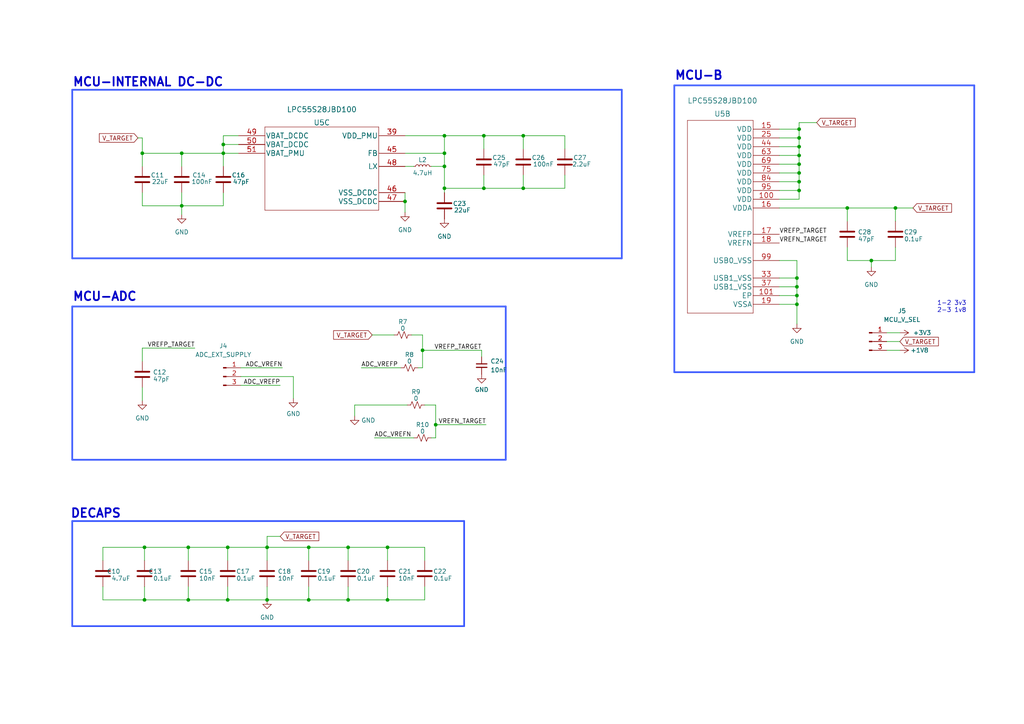
<source format=kicad_sch>
(kicad_sch (version 20211123) (generator eeschema)

  (uuid 60e2d5cb-13e7-4686-b5e1-1a9d135e8ca3)

  (paper "A4")

  (lib_symbols
    (symbol "Connector:Conn_01x03_Male" (pin_names (offset 1.016) hide) (in_bom yes) (on_board yes)
      (property "Reference" "J" (id 0) (at 0 5.08 0)
        (effects (font (size 1.27 1.27)))
      )
      (property "Value" "Conn_01x03_Male" (id 1) (at 0 -5.08 0)
        (effects (font (size 1.27 1.27)))
      )
      (property "Footprint" "" (id 2) (at 0 0 0)
        (effects (font (size 1.27 1.27)) hide)
      )
      (property "Datasheet" "~" (id 3) (at 0 0 0)
        (effects (font (size 1.27 1.27)) hide)
      )
      (property "ki_keywords" "connector" (id 4) (at 0 0 0)
        (effects (font (size 1.27 1.27)) hide)
      )
      (property "ki_description" "Generic connector, single row, 01x03, script generated (kicad-library-utils/schlib/autogen/connector/)" (id 5) (at 0 0 0)
        (effects (font (size 1.27 1.27)) hide)
      )
      (property "ki_fp_filters" "Connector*:*_1x??_*" (id 6) (at 0 0 0)
        (effects (font (size 1.27 1.27)) hide)
      )
      (symbol "Conn_01x03_Male_1_1"
        (polyline
          (pts
            (xy 1.27 -2.54)
            (xy 0.8636 -2.54)
          )
          (stroke (width 0.1524) (type default) (color 0 0 0 0))
          (fill (type none))
        )
        (polyline
          (pts
            (xy 1.27 0)
            (xy 0.8636 0)
          )
          (stroke (width 0.1524) (type default) (color 0 0 0 0))
          (fill (type none))
        )
        (polyline
          (pts
            (xy 1.27 2.54)
            (xy 0.8636 2.54)
          )
          (stroke (width 0.1524) (type default) (color 0 0 0 0))
          (fill (type none))
        )
        (rectangle (start 0.8636 -2.413) (end 0 -2.667)
          (stroke (width 0.1524) (type default) (color 0 0 0 0))
          (fill (type outline))
        )
        (rectangle (start 0.8636 0.127) (end 0 -0.127)
          (stroke (width 0.1524) (type default) (color 0 0 0 0))
          (fill (type outline))
        )
        (rectangle (start 0.8636 2.667) (end 0 2.413)
          (stroke (width 0.1524) (type default) (color 0 0 0 0))
          (fill (type outline))
        )
        (pin passive line (at 5.08 2.54 180) (length 3.81)
          (name "Pin_1" (effects (font (size 1.27 1.27))))
          (number "1" (effects (font (size 1.27 1.27))))
        )
        (pin passive line (at 5.08 0 180) (length 3.81)
          (name "Pin_2" (effects (font (size 1.27 1.27))))
          (number "2" (effects (font (size 1.27 1.27))))
        )
        (pin passive line (at 5.08 -2.54 180) (length 3.81)
          (name "Pin_3" (effects (font (size 1.27 1.27))))
          (number "3" (effects (font (size 1.27 1.27))))
        )
      )
    )
    (symbol "Device:C" (pin_numbers hide) (pin_names (offset 0.254)) (in_bom yes) (on_board yes)
      (property "Reference" "C" (id 0) (at 0.635 2.54 0)
        (effects (font (size 1.27 1.27)) (justify left))
      )
      (property "Value" "C" (id 1) (at 0.635 -2.54 0)
        (effects (font (size 1.27 1.27)) (justify left))
      )
      (property "Footprint" "" (id 2) (at 0.9652 -3.81 0)
        (effects (font (size 1.27 1.27)) hide)
      )
      (property "Datasheet" "~" (id 3) (at 0 0 0)
        (effects (font (size 1.27 1.27)) hide)
      )
      (property "ki_keywords" "cap capacitor" (id 4) (at 0 0 0)
        (effects (font (size 1.27 1.27)) hide)
      )
      (property "ki_description" "Unpolarized capacitor" (id 5) (at 0 0 0)
        (effects (font (size 1.27 1.27)) hide)
      )
      (property "ki_fp_filters" "C_*" (id 6) (at 0 0 0)
        (effects (font (size 1.27 1.27)) hide)
      )
      (symbol "C_0_1"
        (polyline
          (pts
            (xy -2.032 -0.762)
            (xy 2.032 -0.762)
          )
          (stroke (width 0.508) (type default) (color 0 0 0 0))
          (fill (type none))
        )
        (polyline
          (pts
            (xy -2.032 0.762)
            (xy 2.032 0.762)
          )
          (stroke (width 0.508) (type default) (color 0 0 0 0))
          (fill (type none))
        )
      )
      (symbol "C_1_1"
        (pin passive line (at 0 3.81 270) (length 2.794)
          (name "~" (effects (font (size 1.27 1.27))))
          (number "1" (effects (font (size 1.27 1.27))))
        )
        (pin passive line (at 0 -3.81 90) (length 2.794)
          (name "~" (effects (font (size 1.27 1.27))))
          (number "2" (effects (font (size 1.27 1.27))))
        )
      )
    )
    (symbol "Device:C_Small" (pin_numbers hide) (pin_names (offset 0.254) hide) (in_bom yes) (on_board yes)
      (property "Reference" "C" (id 0) (at 0.254 1.778 0)
        (effects (font (size 1.27 1.27)) (justify left))
      )
      (property "Value" "C_Small" (id 1) (at 0.254 -2.032 0)
        (effects (font (size 1.27 1.27)) (justify left))
      )
      (property "Footprint" "" (id 2) (at 0 0 0)
        (effects (font (size 1.27 1.27)) hide)
      )
      (property "Datasheet" "~" (id 3) (at 0 0 0)
        (effects (font (size 1.27 1.27)) hide)
      )
      (property "ki_keywords" "capacitor cap" (id 4) (at 0 0 0)
        (effects (font (size 1.27 1.27)) hide)
      )
      (property "ki_description" "Unpolarized capacitor, small symbol" (id 5) (at 0 0 0)
        (effects (font (size 1.27 1.27)) hide)
      )
      (property "ki_fp_filters" "C_*" (id 6) (at 0 0 0)
        (effects (font (size 1.27 1.27)) hide)
      )
      (symbol "C_Small_0_1"
        (polyline
          (pts
            (xy -1.524 -0.508)
            (xy 1.524 -0.508)
          )
          (stroke (width 0.3302) (type default) (color 0 0 0 0))
          (fill (type none))
        )
        (polyline
          (pts
            (xy -1.524 0.508)
            (xy 1.524 0.508)
          )
          (stroke (width 0.3048) (type default) (color 0 0 0 0))
          (fill (type none))
        )
      )
      (symbol "C_Small_1_1"
        (pin passive line (at 0 2.54 270) (length 2.032)
          (name "~" (effects (font (size 1.27 1.27))))
          (number "1" (effects (font (size 1.27 1.27))))
        )
        (pin passive line (at 0 -2.54 90) (length 2.032)
          (name "~" (effects (font (size 1.27 1.27))))
          (number "2" (effects (font (size 1.27 1.27))))
        )
      )
    )
    (symbol "Device:L_Small" (pin_numbers hide) (pin_names (offset 0.254) hide) (in_bom yes) (on_board yes)
      (property "Reference" "L" (id 0) (at 0.762 1.016 0)
        (effects (font (size 1.27 1.27)) (justify left))
      )
      (property "Value" "L_Small" (id 1) (at 0.762 -1.016 0)
        (effects (font (size 1.27 1.27)) (justify left))
      )
      (property "Footprint" "" (id 2) (at 0 0 0)
        (effects (font (size 1.27 1.27)) hide)
      )
      (property "Datasheet" "~" (id 3) (at 0 0 0)
        (effects (font (size 1.27 1.27)) hide)
      )
      (property "ki_keywords" "inductor choke coil reactor magnetic" (id 4) (at 0 0 0)
        (effects (font (size 1.27 1.27)) hide)
      )
      (property "ki_description" "Inductor, small symbol" (id 5) (at 0 0 0)
        (effects (font (size 1.27 1.27)) hide)
      )
      (property "ki_fp_filters" "Choke_* *Coil* Inductor_* L_*" (id 6) (at 0 0 0)
        (effects (font (size 1.27 1.27)) hide)
      )
      (symbol "L_Small_0_1"
        (arc (start 0 -2.032) (mid 0.508 -1.524) (end 0 -1.016)
          (stroke (width 0) (type default) (color 0 0 0 0))
          (fill (type none))
        )
        (arc (start 0 -1.016) (mid 0.508 -0.508) (end 0 0)
          (stroke (width 0) (type default) (color 0 0 0 0))
          (fill (type none))
        )
        (arc (start 0 0) (mid 0.508 0.508) (end 0 1.016)
          (stroke (width 0) (type default) (color 0 0 0 0))
          (fill (type none))
        )
        (arc (start 0 1.016) (mid 0.508 1.524) (end 0 2.032)
          (stroke (width 0) (type default) (color 0 0 0 0))
          (fill (type none))
        )
      )
      (symbol "L_Small_1_1"
        (pin passive line (at 0 2.54 270) (length 0.508)
          (name "~" (effects (font (size 1.27 1.27))))
          (number "1" (effects (font (size 1.27 1.27))))
        )
        (pin passive line (at 0 -2.54 90) (length 0.508)
          (name "~" (effects (font (size 1.27 1.27))))
          (number "2" (effects (font (size 1.27 1.27))))
        )
      )
    )
    (symbol "Device:R_Small_US" (pin_numbers hide) (pin_names (offset 0.254) hide) (in_bom yes) (on_board yes)
      (property "Reference" "R" (id 0) (at 0.762 0.508 0)
        (effects (font (size 1.27 1.27)) (justify left))
      )
      (property "Value" "R_Small_US" (id 1) (at 0.762 -1.016 0)
        (effects (font (size 1.27 1.27)) (justify left))
      )
      (property "Footprint" "" (id 2) (at 0 0 0)
        (effects (font (size 1.27 1.27)) hide)
      )
      (property "Datasheet" "~" (id 3) (at 0 0 0)
        (effects (font (size 1.27 1.27)) hide)
      )
      (property "ki_keywords" "r resistor" (id 4) (at 0 0 0)
        (effects (font (size 1.27 1.27)) hide)
      )
      (property "ki_description" "Resistor, small US symbol" (id 5) (at 0 0 0)
        (effects (font (size 1.27 1.27)) hide)
      )
      (property "ki_fp_filters" "R_*" (id 6) (at 0 0 0)
        (effects (font (size 1.27 1.27)) hide)
      )
      (symbol "R_Small_US_1_1"
        (polyline
          (pts
            (xy 0 0)
            (xy 1.016 -0.381)
            (xy 0 -0.762)
            (xy -1.016 -1.143)
            (xy 0 -1.524)
          )
          (stroke (width 0) (type default) (color 0 0 0 0))
          (fill (type none))
        )
        (polyline
          (pts
            (xy 0 1.524)
            (xy 1.016 1.143)
            (xy 0 0.762)
            (xy -1.016 0.381)
            (xy 0 0)
          )
          (stroke (width 0) (type default) (color 0 0 0 0))
          (fill (type none))
        )
        (pin passive line (at 0 2.54 270) (length 1.016)
          (name "~" (effects (font (size 1.27 1.27))))
          (number "1" (effects (font (size 1.27 1.27))))
        )
        (pin passive line (at 0 -2.54 90) (length 1.016)
          (name "~" (effects (font (size 1.27 1.27))))
          (number "2" (effects (font (size 1.27 1.27))))
        )
      )
    )
    (symbol "LPC55S28JBD100_1" (pin_names (offset 0.254)) (in_bom yes) (on_board yes)
      (property "Reference" "U" (id 0) (at 16.51 8.89 0)
        (effects (font (size 1.524 1.524)))
      )
      (property "Value" "LPC55S28JBD100_1" (id 1) (at 16.51 6.35 0)
        (effects (font (size 1.524 1.524)))
      )
      (property "Footprint" "HLQFP100" (id 2) (at 16.51 4.826 0)
        (effects (font (size 1.524 1.524)) hide)
      )
      (property "Datasheet" "" (id 3) (at 24.13 5.08 0)
        (effects (font (size 1.524 1.524)))
      )
      (property "ki_fp_filters" "HLQFP100 HLQFP100-M HLQFP100-L" (id 4) (at 0 0 0)
        (effects (font (size 1.27 1.27)) hide)
      )
      (symbol "LPC55S28JBD100_1_1_1"
        (polyline
          (pts
            (xy 24.13 -113.03)
            (xy 100.33 -113.03)
          )
          (stroke (width 0.127) (type default) (color 0 0 0 0))
          (fill (type none))
        )
        (polyline
          (pts
            (xy 24.13 5.08)
            (xy 24.13 -113.03)
          )
          (stroke (width 0.127) (type default) (color 0 0 0 0))
          (fill (type none))
        )
        (polyline
          (pts
            (xy 100.33 -113.03)
            (xy 100.33 5.08)
          )
          (stroke (width 0.127) (type default) (color 0 0 0 0))
          (fill (type none))
        )
        (polyline
          (pts
            (xy 100.33 5.08)
            (xy 24.13 5.08)
          )
          (stroke (width 0.127) (type default) (color 0 0 0 0))
          (fill (type none))
        )
        (pin bidirectional line (at 16.51 -25.4 0) (length 7.62)
          (name "PIO1_4" (effects (font (size 1.4986 1.4986))))
          (number "1" (effects (font (size 1.4986 1.4986))))
        )
        (pin bidirectional line (at 16.51 -38.1 0) (length 7.62)
          (name "PIO1_9/ADC0_12" (effects (font (size 1.4986 1.4986))))
          (number "10" (effects (font (size 1.4986 1.4986))))
        )
        (pin bidirectional line (at 16.51 -40.64 0) (length 7.62)
          (name "PIO1_0/ADC0_11" (effects (font (size 1.4986 1.4986))))
          (number "11" (effects (font (size 1.4986 1.4986))))
        )
        (pin bidirectional line (at 107.95 -15.24 180) (length 7.62)
          (name "PIO0_12/ADC0_10" (effects (font (size 1.4986 1.4986))))
          (number "12" (effects (font (size 1.4986 1.4986))))
        )
        (pin bidirectional line (at 107.95 -17.78 180) (length 7.62)
          (name "PIO0_11/ADC0_9" (effects (font (size 1.4986 1.4986))))
          (number "13" (effects (font (size 1.4986 1.4986))))
        )
        (pin bidirectional line (at 107.95 -20.32 180) (length 7.62)
          (name "PIO0_16/ADC0_8" (effects (font (size 1.4986 1.4986))))
          (number "14" (effects (font (size 1.4986 1.4986))))
        )
        (pin bidirectional line (at 16.51 -27.94 0) (length 7.62)
          (name "PIO1_13" (effects (font (size 1.4986 1.4986))))
          (number "2" (effects (font (size 1.4986 1.4986))))
        )
        (pin bidirectional line (at 107.95 -22.86 180) (length 7.62)
          (name "PIO0_23/ADC0_0" (effects (font (size 1.4986 1.4986))))
          (number "20" (effects (font (size 1.4986 1.4986))))
        )
        (pin bidirectional line (at 107.95 -25.4 180) (length 7.62)
          (name "PIO0_10/ADC0_1" (effects (font (size 1.4986 1.4986))))
          (number "21" (effects (font (size 1.4986 1.4986))))
        )
        (pin bidirectional line (at 107.95 -27.94 180) (length 7.62)
          (name "PIO0_15/ADC0_2" (effects (font (size 1.4986 1.4986))))
          (number "22" (effects (font (size 1.4986 1.4986))))
        )
        (pin bidirectional line (at 107.95 -30.48 180) (length 7.62)
          (name "PIO0_31/ADC0_3" (effects (font (size 1.4986 1.4986))))
          (number "23" (effects (font (size 1.4986 1.4986))))
        )
        (pin bidirectional line (at 16.51 -43.18 0) (length 7.62)
          (name "PIO1_8/ADC0_4" (effects (font (size 1.4986 1.4986))))
          (number "24" (effects (font (size 1.4986 1.4986))))
        )
        (pin bidirectional line (at 107.95 -33.02 180) (length 7.62)
          (name "PIO0_8" (effects (font (size 1.4986 1.4986))))
          (number "26" (effects (font (size 1.4986 1.4986))))
        )
        (pin bidirectional line (at 107.95 -35.56 180) (length 7.62)
          (name "PIO0_27" (effects (font (size 1.4986 1.4986))))
          (number "27" (effects (font (size 1.4986 1.4986))))
        )
        (pin output line (at 107.95 0 180) (length 7.62)
          (name "XTAL32M_N" (effects (font (size 1.4986 1.4986))))
          (number "28" (effects (font (size 1.4986 1.4986))))
        )
        (pin input line (at 16.51 -10.16 0) (length 7.62)
          (name "XTAL32M_P" (effects (font (size 1.4986 1.4986))))
          (number "29" (effects (font (size 1.4986 1.4986))))
        )
        (pin bidirectional line (at 16.51 -30.48 0) (length 7.62)
          (name "PIO1_24" (effects (font (size 1.4986 1.4986))))
          (number "3" (effects (font (size 1.4986 1.4986))))
        )
        (pin bidirectional line (at 16.51 -45.72 0) (length 7.62)
          (name "PIO1_21" (effects (font (size 1.4986 1.4986))))
          (number "30" (effects (font (size 1.4986 1.4986))))
        )
        (pin bidirectional line (at 107.95 -93.98 180) (length 7.62)
          (name "PIO1_15" (effects (font (size 1.4986 1.4986))))
          (number "31" (effects (font (size 1.4986 1.4986))))
        )
        (pin input line (at 16.51 0 0) (length 7.62)
          (name "RESETN" (effects (font (size 1.4986 1.4986))))
          (number "32" (effects (font (size 1.4986 1.4986))))
        )
        (pin bidirectional line (at 107.95 -104.14 180) (length 7.62)
          (name "USB1_DP" (effects (font (size 1.4986 1.4986))))
          (number "34" (effects (font (size 1.4986 1.4986))))
        )
        (pin bidirectional line (at 107.95 -106.68 180) (length 7.62)
          (name "USB1_DM" (effects (font (size 1.4986 1.4986))))
          (number "35" (effects (font (size 1.4986 1.4986))))
        )
        (pin input line (at 16.51 -5.08 0) (length 7.62)
          (name "USB1_VBUS" (effects (font (size 1.4986 1.4986))))
          (number "36" (effects (font (size 1.4986 1.4986))))
        )
        (pin unspecified line (at 107.95 -109.22 180) (length 7.62)
          (name "USB1_3V3" (effects (font (size 1.4986 1.4986))))
          (number "38" (effects (font (size 1.4986 1.4986))))
        )
        (pin bidirectional line (at 16.51 -33.02 0) (length 7.62)
          (name "PIO1_20" (effects (font (size 1.4986 1.4986))))
          (number "4" (effects (font (size 1.4986 1.4986))))
        )
        (pin bidirectional line (at 16.51 -48.26 0) (length 7.62)
          (name "PIO1_10" (effects (font (size 1.4986 1.4986))))
          (number "40" (effects (font (size 1.4986 1.4986))))
        )
        (pin bidirectional line (at 16.51 -50.8 0) (length 7.62)
          (name "PIO1_22" (effects (font (size 1.4986 1.4986))))
          (number "41" (effects (font (size 1.4986 1.4986))))
        )
        (pin bidirectional line (at 16.51 -53.34 0) (length 7.62)
          (name "PIO1_23" (effects (font (size 1.4986 1.4986))))
          (number "42" (effects (font (size 1.4986 1.4986))))
        )
        (pin bidirectional line (at 16.51 -55.88 0) (length 7.62)
          (name "PIO1_17" (effects (font (size 1.4986 1.4986))))
          (number "43" (effects (font (size 1.4986 1.4986))))
        )
        (pin bidirectional line (at 107.95 -91.44 180) (length 7.62)
          (name "PIO1_16" (effects (font (size 1.4986 1.4986))))
          (number "5" (effects (font (size 1.4986 1.4986))))
        )
        (pin input line (at 16.51 -12.7 0) (length 7.62)
          (name "XTAL32K_P" (effects (font (size 1.4986 1.4986))))
          (number "52" (effects (font (size 1.4986 1.4986))))
        )
        (pin output line (at 107.95 -2.54 180) (length 7.62)
          (name "XTAL32K_N" (effects (font (size 1.4986 1.4986))))
          (number "53" (effects (font (size 1.4986 1.4986))))
        )
        (pin bidirectional line (at 107.95 -38.1 180) (length 7.62)
          (name "PIO0_0/ACMP0_A" (effects (font (size 1.4986 1.4986))))
          (number "54" (effects (font (size 1.4986 1.4986))))
        )
        (pin bidirectional line (at 107.95 -40.64 180) (length 7.62)
          (name "PIO0_9/ACMP0_B" (effects (font (size 1.4986 1.4986))))
          (number "55" (effects (font (size 1.4986 1.4986))))
        )
        (pin bidirectional line (at 107.95 -43.18 180) (length 7.62)
          (name "PIO0_18/ACMP0_C" (effects (font (size 1.4986 1.4986))))
          (number "56" (effects (font (size 1.4986 1.4986))))
        )
        (pin bidirectional line (at 16.51 -58.42 0) (length 7.62)
          (name "PIO1_14/ACMP0_D" (effects (font (size 1.4986 1.4986))))
          (number "57" (effects (font (size 1.4986 1.4986))))
        )
        (pin bidirectional line (at 16.51 -60.96 0) (length 7.62)
          (name "PIO1_19/ACMPVREF" (effects (font (size 1.4986 1.4986))))
          (number "58" (effects (font (size 1.4986 1.4986))))
        )
        (pin bidirectional line (at 16.51 -63.5 0) (length 7.62)
          (name "PIO1_1/WAKEUP" (effects (font (size 1.4986 1.4986))))
          (number "59" (effects (font (size 1.4986 1.4986))))
        )
        (pin bidirectional line (at 107.95 -7.62 180) (length 7.62)
          (name "PIO0_7" (effects (font (size 1.4986 1.4986))))
          (number "6" (effects (font (size 1.4986 1.4986))))
        )
        (pin bidirectional line (at 107.95 -45.72 180) (length 7.62)
          (name "PIO0_26" (effects (font (size 1.4986 1.4986))))
          (number "60" (effects (font (size 1.4986 1.4986))))
        )
        (pin bidirectional line (at 16.51 -66.04 0) (length 7.62)
          (name "PIO1_2" (effects (font (size 1.4986 1.4986))))
          (number "61" (effects (font (size 1.4986 1.4986))))
        )
        (pin bidirectional line (at 16.51 -68.58 0) (length 7.62)
          (name "PIO1_3" (effects (font (size 1.4986 1.4986))))
          (number "62" (effects (font (size 1.4986 1.4986))))
        )
        (pin bidirectional line (at 16.51 -71.12 0) (length 7.62)
          (name "PIO1_18/WAKUP" (effects (font (size 1.4986 1.4986))))
          (number "64" (effects (font (size 1.4986 1.4986))))
        )
        (pin bidirectional line (at 16.51 -73.66 0) (length 7.62)
          (name "PIO1_30/WAKEUP" (effects (font (size 1.4986 1.4986))))
          (number "65" (effects (font (size 1.4986 1.4986))))
        )
        (pin bidirectional line (at 107.95 -48.26 180) (length 7.62)
          (name "PIO0_28/WAKEUP" (effects (font (size 1.4986 1.4986))))
          (number "66" (effects (font (size 1.4986 1.4986))))
        )
        (pin bidirectional line (at 16.51 -76.2 0) (length 7.62)
          (name "PIO1_12" (effects (font (size 1.4986 1.4986))))
          (number "67" (effects (font (size 1.4986 1.4986))))
        )
        (pin bidirectional line (at 16.51 -78.74 0) (length 7.62)
          (name "PIO1_26" (effects (font (size 1.4986 1.4986))))
          (number "68" (effects (font (size 1.4986 1.4986))))
        )
        (pin bidirectional line (at 107.95 -10.16 180) (length 7.62)
          (name "PIO0_1" (effects (font (size 1.4986 1.4986))))
          (number "7" (effects (font (size 1.4986 1.4986))))
        )
        (pin bidirectional line (at 107.95 -50.8 180) (length 7.62)
          (name "PIO0_24" (effects (font (size 1.4986 1.4986))))
          (number "70" (effects (font (size 1.4986 1.4986))))
        )
        (pin bidirectional line (at 107.95 -53.34 180) (length 7.62)
          (name "PIO0_13" (effects (font (size 1.4986 1.4986))))
          (number "71" (effects (font (size 1.4986 1.4986))))
        )
        (pin bidirectional line (at 107.95 -55.88 180) (length 7.62)
          (name "PIO0_14" (effects (font (size 1.4986 1.4986))))
          (number "72" (effects (font (size 1.4986 1.4986))))
        )
        (pin bidirectional line (at 16.51 -81.28 0) (length 7.62)
          (name "PIO1_28" (effects (font (size 1.4986 1.4986))))
          (number "73" (effects (font (size 1.4986 1.4986))))
        )
        (pin bidirectional line (at 107.95 -58.42 180) (length 7.62)
          (name "PIO0_20" (effects (font (size 1.4986 1.4986))))
          (number "74" (effects (font (size 1.4986 1.4986))))
        )
        (pin bidirectional line (at 107.95 -60.96 180) (length 7.62)
          (name "PIO0_21" (effects (font (size 1.4986 1.4986))))
          (number "76" (effects (font (size 1.4986 1.4986))))
        )
        (pin bidirectional line (at 16.51 -83.82 0) (length 7.62)
          (name "PIO1_25" (effects (font (size 1.4986 1.4986))))
          (number "77" (effects (font (size 1.4986 1.4986))))
        )
        (pin bidirectional line (at 107.95 -63.5 180) (length 7.62)
          (name "PIO0_22" (effects (font (size 1.4986 1.4986))))
          (number "78" (effects (font (size 1.4986 1.4986))))
        )
        (pin bidirectional line (at 107.95 -66.04 180) (length 7.62)
          (name "PIO0_25" (effects (font (size 1.4986 1.4986))))
          (number "79" (effects (font (size 1.4986 1.4986))))
        )
        (pin bidirectional line (at 107.95 -12.7 180) (length 7.62)
          (name "PIO0_17" (effects (font (size 1.4986 1.4986))))
          (number "8" (effects (font (size 1.4986 1.4986))))
        )
        (pin bidirectional line (at 16.51 -86.36 0) (length 7.62)
          (name "PIO1_29" (effects (font (size 1.4986 1.4986))))
          (number "80" (effects (font (size 1.4986 1.4986))))
        )
        (pin bidirectional line (at 107.95 -68.58 180) (length 7.62)
          (name "PIO0_2/TRST" (effects (font (size 1.4986 1.4986))))
          (number "81" (effects (font (size 1.4986 1.4986))))
        )
        (pin bidirectional line (at 107.95 -96.52 180) (length 7.62)
          (name "PIO1_15" (effects (font (size 1.4986 1.4986))))
          (number "82" (effects (font (size 1.4986 1.4986))))
        )
        (pin bidirectional line (at 107.95 -71.12 180) (length 7.62)
          (name "PIO0_3/TCK" (effects (font (size 1.4986 1.4986))))
          (number "83" (effects (font (size 1.4986 1.4986))))
        )
        (pin bidirectional line (at 16.51 -88.9 0) (length 7.62)
          (name "PIO1_27" (effects (font (size 1.4986 1.4986))))
          (number "85" (effects (font (size 1.4986 1.4986))))
        )
        (pin bidirectional line (at 107.95 -73.66 180) (length 7.62)
          (name "PIO0_4/TMS" (effects (font (size 1.4986 1.4986))))
          (number "86" (effects (font (size 1.4986 1.4986))))
        )
        (pin bidirectional line (at 107.95 -99.06 180) (length 7.62)
          (name "PIO1_16" (effects (font (size 1.4986 1.4986))))
          (number "87" (effects (font (size 1.4986 1.4986))))
        )
        (pin bidirectional line (at 107.95 -76.2 180) (length 7.62)
          (name "PIO0_5/TDI" (effects (font (size 1.4986 1.4986))))
          (number "88" (effects (font (size 1.4986 1.4986))))
        )
        (pin bidirectional line (at 107.95 -78.74 180) (length 7.62)
          (name "PIO0_6/TDO" (effects (font (size 1.4986 1.4986))))
          (number "89" (effects (font (size 1.4986 1.4986))))
        )
        (pin bidirectional line (at 16.51 -35.56 0) (length 7.62)
          (name "PIO1_7" (effects (font (size 1.4986 1.4986))))
          (number "9" (effects (font (size 1.4986 1.4986))))
        )
        (pin bidirectional line (at 107.95 -81.28 180) (length 7.62)
          (name "PIO0_19" (effects (font (size 1.4986 1.4986))))
          (number "90" (effects (font (size 1.4986 1.4986))))
        )
        (pin bidirectional line (at 16.51 -91.44 0) (length 7.62)
          (name "PIO1_31" (effects (font (size 1.4986 1.4986))))
          (number "91" (effects (font (size 1.4986 1.4986))))
        )
        (pin bidirectional line (at 107.95 -83.82 180) (length 7.62)
          (name "PIO0_29" (effects (font (size 1.4986 1.4986))))
          (number "92" (effects (font (size 1.4986 1.4986))))
        )
        (pin bidirectional line (at 16.51 -93.98 0) (length 7.62)
          (name "PIO1_11" (effects (font (size 1.4986 1.4986))))
          (number "93" (effects (font (size 1.4986 1.4986))))
        )
        (pin bidirectional line (at 107.95 -86.36 180) (length 7.62)
          (name "PIO0_30" (effects (font (size 1.4986 1.4986))))
          (number "94" (effects (font (size 1.4986 1.4986))))
        )
        (pin unspecified line (at 16.51 -99.06 0) (length 7.62)
          (name "USB0_3V3" (effects (font (size 1.4986 1.4986))))
          (number "96" (effects (font (size 1.4986 1.4986))))
        )
        (pin bidirectional line (at 16.51 -101.6 0) (length 7.62)
          (name "USB0_DP" (effects (font (size 1.4986 1.4986))))
          (number "97" (effects (font (size 1.4986 1.4986))))
        )
        (pin bidirectional line (at 16.51 -104.14 0) (length 7.62)
          (name "USB0_DM" (effects (font (size 1.4986 1.4986))))
          (number "98" (effects (font (size 1.4986 1.4986))))
        )
      )
      (symbol "LPC55S28JBD100_1_2_1"
        (polyline
          (pts
            (xy 7.62 -53.34)
            (xy 26.67 -53.34)
          )
          (stroke (width 0.127) (type default) (color 0 0 0 0))
          (fill (type none))
        )
        (polyline
          (pts
            (xy 7.62 2.54)
            (xy 7.62 -53.34)
          )
          (stroke (width 0.127) (type default) (color 0 0 0 0))
          (fill (type none))
        )
        (polyline
          (pts
            (xy 26.67 -53.34)
            (xy 26.67 2.54)
          )
          (stroke (width 0.127) (type default) (color 0 0 0 0))
          (fill (type none))
        )
        (polyline
          (pts
            (xy 26.67 2.54)
            (xy 7.62 2.54)
          )
          (stroke (width 0.127) (type default) (color 0 0 0 0))
          (fill (type none))
        )
        (pin power_in line (at 0 -20.32 0) (length 7.62)
          (name "VDD" (effects (font (size 1.4986 1.4986))))
          (number "100" (effects (font (size 1.4986 1.4986))))
        )
        (pin power_in line (at 0 0 0) (length 7.62)
          (name "VDD" (effects (font (size 1.4986 1.4986))))
          (number "15" (effects (font (size 1.4986 1.4986))))
        )
        (pin power_in line (at 0 -22.86 0) (length 7.62)
          (name "VDDA" (effects (font (size 1.4986 1.4986))))
          (number "16" (effects (font (size 1.4986 1.4986))))
        )
        (pin power_in line (at 0 -30.48 0) (length 7.62)
          (name "VREFP" (effects (font (size 1.4986 1.4986))))
          (number "17" (effects (font (size 1.4986 1.4986))))
        )
        (pin power_in line (at 0 -33.02 0) (length 7.62)
          (name "VREFN" (effects (font (size 1.4986 1.4986))))
          (number "18" (effects (font (size 1.4986 1.4986))))
        )
        (pin power_in line (at 0 -50.8 0) (length 7.62)
          (name "VSSA" (effects (font (size 1.4986 1.4986))))
          (number "19" (effects (font (size 1.4986 1.4986))))
        )
        (pin power_in line (at 0 -2.54 0) (length 7.62)
          (name "VDD" (effects (font (size 1.4986 1.4986))))
          (number "25" (effects (font (size 1.4986 1.4986))))
        )
        (pin unspecified line (at 0 -43.18 0) (length 7.62)
          (name "USB1_VSS" (effects (font (size 1.4986 1.4986))))
          (number "33" (effects (font (size 1.4986 1.4986))))
        )
        (pin unspecified line (at 0 -45.72 0) (length 7.62)
          (name "USB1_VSS" (effects (font (size 1.4986 1.4986))))
          (number "37" (effects (font (size 1.4986 1.4986))))
        )
        (pin power_in line (at 0 -5.08 0) (length 7.62)
          (name "VDD" (effects (font (size 1.4986 1.4986))))
          (number "44" (effects (font (size 1.4986 1.4986))))
        )
        (pin power_in line (at 0 -7.62 0) (length 7.62)
          (name "VDD" (effects (font (size 1.4986 1.4986))))
          (number "63" (effects (font (size 1.4986 1.4986))))
        )
        (pin power_in line (at 0 -10.16 0) (length 7.62)
          (name "VDD" (effects (font (size 1.4986 1.4986))))
          (number "69" (effects (font (size 1.4986 1.4986))))
        )
        (pin power_in line (at 0 -12.7 0) (length 7.62)
          (name "VDD" (effects (font (size 1.4986 1.4986))))
          (number "75" (effects (font (size 1.4986 1.4986))))
        )
        (pin power_in line (at 0 -15.24 0) (length 7.62)
          (name "VDD" (effects (font (size 1.4986 1.4986))))
          (number "84" (effects (font (size 1.4986 1.4986))))
        )
        (pin power_in line (at 0 -17.78 0) (length 7.62)
          (name "VDD" (effects (font (size 1.4986 1.4986))))
          (number "95" (effects (font (size 1.4986 1.4986))))
        )
        (pin unspecified line (at 0 -38.1 0) (length 7.62)
          (name "USB0_VSS" (effects (font (size 1.4986 1.4986))))
          (number "99" (effects (font (size 1.4986 1.4986))))
        )
      )
      (symbol "LPC55S28JBD100_1_3_1"
        (polyline
          (pts
            (xy 0 -24.13)
            (xy 33.02 -24.13)
          )
          (stroke (width 0.127) (type default) (color 0 0 0 0))
          (fill (type none))
        )
        (polyline
          (pts
            (xy 0 0)
            (xy 0 -24.13)
          )
          (stroke (width 0.127) (type default) (color 0 0 0 0))
          (fill (type none))
        )
        (polyline
          (pts
            (xy 33.02 -24.13)
            (xy 33.02 0)
          )
          (stroke (width 0.127) (type default) (color 0 0 0 0))
          (fill (type none))
        )
        (polyline
          (pts
            (xy 33.02 0)
            (xy 0 0)
          )
          (stroke (width 0.127) (type default) (color 0 0 0 0))
          (fill (type none))
        )
        (pin power_in line (at 40.64 -2.54 180) (length 7.62)
          (name "VDD_PMU" (effects (font (size 1.4986 1.4986))))
          (number "39" (effects (font (size 1.4986 1.4986))))
        )
        (pin unspecified line (at 40.64 -7.62 180) (length 7.62)
          (name "FB" (effects (font (size 1.4986 1.4986))))
          (number "45" (effects (font (size 1.4986 1.4986))))
        )
        (pin power_in line (at 40.64 -19.05 180) (length 7.62)
          (name "VSS_DCDC" (effects (font (size 1.4986 1.4986))))
          (number "46" (effects (font (size 1.4986 1.4986))))
        )
        (pin power_in line (at 40.64 -21.59 180) (length 7.62)
          (name "VSS_DCDC" (effects (font (size 1.4986 1.4986))))
          (number "47" (effects (font (size 1.4986 1.4986))))
        )
        (pin unspecified line (at 40.64 -11.43 180) (length 7.62)
          (name "LX" (effects (font (size 1.4986 1.4986))))
          (number "48" (effects (font (size 1.4986 1.4986))))
        )
        (pin unspecified line (at -7.62 -2.54 0) (length 7.62)
          (name "VBAT_DCDC" (effects (font (size 1.4986 1.4986))))
          (number "49" (effects (font (size 1.4986 1.4986))))
        )
        (pin unspecified line (at -7.62 -5.08 0) (length 7.62)
          (name "VBAT_DCDC" (effects (font (size 1.4986 1.4986))))
          (number "50" (effects (font (size 1.4986 1.4986))))
        )
        (pin unspecified line (at -7.62 -7.62 0) (length 7.62)
          (name "VBAT_PMU" (effects (font (size 1.4986 1.4986))))
          (number "51" (effects (font (size 1.4986 1.4986))))
        )
      )
    )
    (symbol "erkan-hw:LPC55S28JBD100" (pin_names (offset 0.254)) (in_bom yes) (on_board yes)
      (property "Reference" "U" (id 0) (at 16.51 8.89 0)
        (effects (font (size 1.524 1.524)))
      )
      (property "Value" "LPC55S28JBD100" (id 1) (at 16.51 6.35 0)
        (effects (font (size 1.524 1.524)))
      )
      (property "Footprint" "HLQFP100" (id 2) (at 16.51 4.826 0)
        (effects (font (size 1.524 1.524)) hide)
      )
      (property "Datasheet" "" (id 3) (at 24.13 5.08 0)
        (effects (font (size 1.524 1.524)))
      )
      (property "ki_fp_filters" "HLQFP100 HLQFP100-M HLQFP100-L" (id 4) (at 0 0 0)
        (effects (font (size 1.27 1.27)) hide)
      )
      (symbol "LPC55S28JBD100_1_1"
        (polyline
          (pts
            (xy 24.13 -113.03)
            (xy 100.33 -113.03)
          )
          (stroke (width 0.127) (type default) (color 0 0 0 0))
          (fill (type none))
        )
        (polyline
          (pts
            (xy 24.13 5.08)
            (xy 24.13 -113.03)
          )
          (stroke (width 0.127) (type default) (color 0 0 0 0))
          (fill (type none))
        )
        (polyline
          (pts
            (xy 100.33 -113.03)
            (xy 100.33 5.08)
          )
          (stroke (width 0.127) (type default) (color 0 0 0 0))
          (fill (type none))
        )
        (polyline
          (pts
            (xy 100.33 5.08)
            (xy 24.13 5.08)
          )
          (stroke (width 0.127) (type default) (color 0 0 0 0))
          (fill (type none))
        )
        (pin bidirectional line (at 16.51 -25.4 0) (length 7.62)
          (name "PIO1_4" (effects (font (size 1.4986 1.4986))))
          (number "1" (effects (font (size 1.4986 1.4986))))
        )
        (pin bidirectional line (at 16.51 -38.1 0) (length 7.62)
          (name "PIO1_9/ADC0_12" (effects (font (size 1.4986 1.4986))))
          (number "10" (effects (font (size 1.4986 1.4986))))
        )
        (pin bidirectional line (at 16.51 -40.64 0) (length 7.62)
          (name "PIO1_0/ADC0_11" (effects (font (size 1.4986 1.4986))))
          (number "11" (effects (font (size 1.4986 1.4986))))
        )
        (pin bidirectional line (at 107.95 -15.24 180) (length 7.62)
          (name "PIO0_12/ADC0_10" (effects (font (size 1.4986 1.4986))))
          (number "12" (effects (font (size 1.4986 1.4986))))
        )
        (pin bidirectional line (at 107.95 -17.78 180) (length 7.62)
          (name "PIO0_11/ADC0_9" (effects (font (size 1.4986 1.4986))))
          (number "13" (effects (font (size 1.4986 1.4986))))
        )
        (pin bidirectional line (at 107.95 -20.32 180) (length 7.62)
          (name "PIO0_16/ADC0_8" (effects (font (size 1.4986 1.4986))))
          (number "14" (effects (font (size 1.4986 1.4986))))
        )
        (pin bidirectional line (at 16.51 -27.94 0) (length 7.62)
          (name "PIO1_13" (effects (font (size 1.4986 1.4986))))
          (number "2" (effects (font (size 1.4986 1.4986))))
        )
        (pin bidirectional line (at 107.95 -22.86 180) (length 7.62)
          (name "PIO0_23/ADC0_0" (effects (font (size 1.4986 1.4986))))
          (number "20" (effects (font (size 1.4986 1.4986))))
        )
        (pin bidirectional line (at 107.95 -25.4 180) (length 7.62)
          (name "PIO0_10/ADC0_1" (effects (font (size 1.4986 1.4986))))
          (number "21" (effects (font (size 1.4986 1.4986))))
        )
        (pin bidirectional line (at 107.95 -27.94 180) (length 7.62)
          (name "PIO0_15/ADC0_2" (effects (font (size 1.4986 1.4986))))
          (number "22" (effects (font (size 1.4986 1.4986))))
        )
        (pin bidirectional line (at 107.95 -30.48 180) (length 7.62)
          (name "PIO0_31/ADC0_3" (effects (font (size 1.4986 1.4986))))
          (number "23" (effects (font (size 1.4986 1.4986))))
        )
        (pin bidirectional line (at 16.51 -43.18 0) (length 7.62)
          (name "PIO1_8/ADC0_4" (effects (font (size 1.4986 1.4986))))
          (number "24" (effects (font (size 1.4986 1.4986))))
        )
        (pin bidirectional line (at 107.95 -33.02 180) (length 7.62)
          (name "PIO0_8" (effects (font (size 1.4986 1.4986))))
          (number "26" (effects (font (size 1.4986 1.4986))))
        )
        (pin bidirectional line (at 107.95 -35.56 180) (length 7.62)
          (name "PIO0_27" (effects (font (size 1.4986 1.4986))))
          (number "27" (effects (font (size 1.4986 1.4986))))
        )
        (pin output line (at 107.95 0 180) (length 7.62)
          (name "XTAL32M_N" (effects (font (size 1.4986 1.4986))))
          (number "28" (effects (font (size 1.4986 1.4986))))
        )
        (pin input line (at 16.51 -10.16 0) (length 7.62)
          (name "XTAL32M_P" (effects (font (size 1.4986 1.4986))))
          (number "29" (effects (font (size 1.4986 1.4986))))
        )
        (pin bidirectional line (at 16.51 -30.48 0) (length 7.62)
          (name "PIO1_24" (effects (font (size 1.4986 1.4986))))
          (number "3" (effects (font (size 1.4986 1.4986))))
        )
        (pin bidirectional line (at 16.51 -45.72 0) (length 7.62)
          (name "PIO1_21" (effects (font (size 1.4986 1.4986))))
          (number "30" (effects (font (size 1.4986 1.4986))))
        )
        (pin bidirectional line (at 107.95 -93.98 180) (length 7.62)
          (name "PIO1_15" (effects (font (size 1.4986 1.4986))))
          (number "31" (effects (font (size 1.4986 1.4986))))
        )
        (pin input line (at 16.51 0 0) (length 7.62)
          (name "RESETN" (effects (font (size 1.4986 1.4986))))
          (number "32" (effects (font (size 1.4986 1.4986))))
        )
        (pin bidirectional line (at 107.95 -104.14 180) (length 7.62)
          (name "USB1_DP" (effects (font (size 1.4986 1.4986))))
          (number "34" (effects (font (size 1.4986 1.4986))))
        )
        (pin bidirectional line (at 107.95 -106.68 180) (length 7.62)
          (name "USB1_DM" (effects (font (size 1.4986 1.4986))))
          (number "35" (effects (font (size 1.4986 1.4986))))
        )
        (pin input line (at 16.51 -5.08 0) (length 7.62)
          (name "USB1_VBUS" (effects (font (size 1.4986 1.4986))))
          (number "36" (effects (font (size 1.4986 1.4986))))
        )
        (pin unspecified line (at 107.95 -109.22 180) (length 7.62)
          (name "USB1_3V3" (effects (font (size 1.4986 1.4986))))
          (number "38" (effects (font (size 1.4986 1.4986))))
        )
        (pin bidirectional line (at 16.51 -33.02 0) (length 7.62)
          (name "PIO1_20" (effects (font (size 1.4986 1.4986))))
          (number "4" (effects (font (size 1.4986 1.4986))))
        )
        (pin bidirectional line (at 16.51 -48.26 0) (length 7.62)
          (name "PIO1_10" (effects (font (size 1.4986 1.4986))))
          (number "40" (effects (font (size 1.4986 1.4986))))
        )
        (pin bidirectional line (at 16.51 -50.8 0) (length 7.62)
          (name "PIO1_22" (effects (font (size 1.4986 1.4986))))
          (number "41" (effects (font (size 1.4986 1.4986))))
        )
        (pin bidirectional line (at 16.51 -53.34 0) (length 7.62)
          (name "PIO1_23" (effects (font (size 1.4986 1.4986))))
          (number "42" (effects (font (size 1.4986 1.4986))))
        )
        (pin bidirectional line (at 16.51 -55.88 0) (length 7.62)
          (name "PIO1_17" (effects (font (size 1.4986 1.4986))))
          (number "43" (effects (font (size 1.4986 1.4986))))
        )
        (pin bidirectional line (at 107.95 -91.44 180) (length 7.62)
          (name "PIO1_16" (effects (font (size 1.4986 1.4986))))
          (number "5" (effects (font (size 1.4986 1.4986))))
        )
        (pin input line (at 16.51 -12.7 0) (length 7.62)
          (name "XTAL32K_P" (effects (font (size 1.4986 1.4986))))
          (number "52" (effects (font (size 1.4986 1.4986))))
        )
        (pin output line (at 107.95 -2.54 180) (length 7.62)
          (name "XTAL32K_N" (effects (font (size 1.4986 1.4986))))
          (number "53" (effects (font (size 1.4986 1.4986))))
        )
        (pin bidirectional line (at 107.95 -38.1 180) (length 7.62)
          (name "PIO0_0/ACMP0_A" (effects (font (size 1.4986 1.4986))))
          (number "54" (effects (font (size 1.4986 1.4986))))
        )
        (pin bidirectional line (at 107.95 -40.64 180) (length 7.62)
          (name "PIO0_9/ACMP0_B" (effects (font (size 1.4986 1.4986))))
          (number "55" (effects (font (size 1.4986 1.4986))))
        )
        (pin bidirectional line (at 107.95 -43.18 180) (length 7.62)
          (name "PIO0_18/ACMP0_C" (effects (font (size 1.4986 1.4986))))
          (number "56" (effects (font (size 1.4986 1.4986))))
        )
        (pin bidirectional line (at 16.51 -58.42 0) (length 7.62)
          (name "PIO1_14/ACMP0_D" (effects (font (size 1.4986 1.4986))))
          (number "57" (effects (font (size 1.4986 1.4986))))
        )
        (pin bidirectional line (at 16.51 -60.96 0) (length 7.62)
          (name "PIO1_19/ACMPVREF" (effects (font (size 1.4986 1.4986))))
          (number "58" (effects (font (size 1.4986 1.4986))))
        )
        (pin bidirectional line (at 16.51 -63.5 0) (length 7.62)
          (name "PIO1_1/WAKEUP" (effects (font (size 1.4986 1.4986))))
          (number "59" (effects (font (size 1.4986 1.4986))))
        )
        (pin bidirectional line (at 107.95 -7.62 180) (length 7.62)
          (name "PIO0_7" (effects (font (size 1.4986 1.4986))))
          (number "6" (effects (font (size 1.4986 1.4986))))
        )
        (pin bidirectional line (at 107.95 -45.72 180) (length 7.62)
          (name "PIO0_26" (effects (font (size 1.4986 1.4986))))
          (number "60" (effects (font (size 1.4986 1.4986))))
        )
        (pin bidirectional line (at 16.51 -66.04 0) (length 7.62)
          (name "PIO1_2" (effects (font (size 1.4986 1.4986))))
          (number "61" (effects (font (size 1.4986 1.4986))))
        )
        (pin bidirectional line (at 16.51 -68.58 0) (length 7.62)
          (name "PIO1_3" (effects (font (size 1.4986 1.4986))))
          (number "62" (effects (font (size 1.4986 1.4986))))
        )
        (pin bidirectional line (at 16.51 -71.12 0) (length 7.62)
          (name "PIO1_18/WAKUP" (effects (font (size 1.4986 1.4986))))
          (number "64" (effects (font (size 1.4986 1.4986))))
        )
        (pin bidirectional line (at 16.51 -73.66 0) (length 7.62)
          (name "PIO1_30/WAKEUP" (effects (font (size 1.4986 1.4986))))
          (number "65" (effects (font (size 1.4986 1.4986))))
        )
        (pin bidirectional line (at 107.95 -48.26 180) (length 7.62)
          (name "PIO0_28/WAKEUP" (effects (font (size 1.4986 1.4986))))
          (number "66" (effects (font (size 1.4986 1.4986))))
        )
        (pin bidirectional line (at 16.51 -76.2 0) (length 7.62)
          (name "PIO1_12" (effects (font (size 1.4986 1.4986))))
          (number "67" (effects (font (size 1.4986 1.4986))))
        )
        (pin bidirectional line (at 16.51 -78.74 0) (length 7.62)
          (name "PIO1_26" (effects (font (size 1.4986 1.4986))))
          (number "68" (effects (font (size 1.4986 1.4986))))
        )
        (pin bidirectional line (at 107.95 -10.16 180) (length 7.62)
          (name "PIO0_1" (effects (font (size 1.4986 1.4986))))
          (number "7" (effects (font (size 1.4986 1.4986))))
        )
        (pin bidirectional line (at 107.95 -50.8 180) (length 7.62)
          (name "PIO0_24" (effects (font (size 1.4986 1.4986))))
          (number "70" (effects (font (size 1.4986 1.4986))))
        )
        (pin bidirectional line (at 107.95 -53.34 180) (length 7.62)
          (name "PIO0_13" (effects (font (size 1.4986 1.4986))))
          (number "71" (effects (font (size 1.4986 1.4986))))
        )
        (pin bidirectional line (at 107.95 -55.88 180) (length 7.62)
          (name "PIO0_14" (effects (font (size 1.4986 1.4986))))
          (number "72" (effects (font (size 1.4986 1.4986))))
        )
        (pin bidirectional line (at 16.51 -81.28 0) (length 7.62)
          (name "PIO1_28" (effects (font (size 1.4986 1.4986))))
          (number "73" (effects (font (size 1.4986 1.4986))))
        )
        (pin bidirectional line (at 107.95 -58.42 180) (length 7.62)
          (name "PIO0_20" (effects (font (size 1.4986 1.4986))))
          (number "74" (effects (font (size 1.4986 1.4986))))
        )
        (pin bidirectional line (at 107.95 -60.96 180) (length 7.62)
          (name "PIO0_21" (effects (font (size 1.4986 1.4986))))
          (number "76" (effects (font (size 1.4986 1.4986))))
        )
        (pin bidirectional line (at 16.51 -83.82 0) (length 7.62)
          (name "PIO1_25" (effects (font (size 1.4986 1.4986))))
          (number "77" (effects (font (size 1.4986 1.4986))))
        )
        (pin bidirectional line (at 107.95 -63.5 180) (length 7.62)
          (name "PIO0_22" (effects (font (size 1.4986 1.4986))))
          (number "78" (effects (font (size 1.4986 1.4986))))
        )
        (pin bidirectional line (at 107.95 -66.04 180) (length 7.62)
          (name "PIO0_25" (effects (font (size 1.4986 1.4986))))
          (number "79" (effects (font (size 1.4986 1.4986))))
        )
        (pin bidirectional line (at 107.95 -12.7 180) (length 7.62)
          (name "PIO0_17" (effects (font (size 1.4986 1.4986))))
          (number "8" (effects (font (size 1.4986 1.4986))))
        )
        (pin bidirectional line (at 16.51 -86.36 0) (length 7.62)
          (name "PIO1_29" (effects (font (size 1.4986 1.4986))))
          (number "80" (effects (font (size 1.4986 1.4986))))
        )
        (pin bidirectional line (at 107.95 -68.58 180) (length 7.62)
          (name "PIO0_2/TRST" (effects (font (size 1.4986 1.4986))))
          (number "81" (effects (font (size 1.4986 1.4986))))
        )
        (pin bidirectional line (at 107.95 -96.52 180) (length 7.62)
          (name "PIO1_15" (effects (font (size 1.4986 1.4986))))
          (number "82" (effects (font (size 1.4986 1.4986))))
        )
        (pin bidirectional line (at 107.95 -71.12 180) (length 7.62)
          (name "PIO0_3/TCK" (effects (font (size 1.4986 1.4986))))
          (number "83" (effects (font (size 1.4986 1.4986))))
        )
        (pin bidirectional line (at 16.51 -88.9 0) (length 7.62)
          (name "PIO1_27" (effects (font (size 1.4986 1.4986))))
          (number "85" (effects (font (size 1.4986 1.4986))))
        )
        (pin bidirectional line (at 107.95 -73.66 180) (length 7.62)
          (name "PIO0_4/TMS" (effects (font (size 1.4986 1.4986))))
          (number "86" (effects (font (size 1.4986 1.4986))))
        )
        (pin bidirectional line (at 107.95 -99.06 180) (length 7.62)
          (name "PIO1_16" (effects (font (size 1.4986 1.4986))))
          (number "87" (effects (font (size 1.4986 1.4986))))
        )
        (pin bidirectional line (at 107.95 -76.2 180) (length 7.62)
          (name "PIO0_5/TDI" (effects (font (size 1.4986 1.4986))))
          (number "88" (effects (font (size 1.4986 1.4986))))
        )
        (pin bidirectional line (at 107.95 -78.74 180) (length 7.62)
          (name "PIO0_6/TDO" (effects (font (size 1.4986 1.4986))))
          (number "89" (effects (font (size 1.4986 1.4986))))
        )
        (pin bidirectional line (at 16.51 -35.56 0) (length 7.62)
          (name "PIO1_7" (effects (font (size 1.4986 1.4986))))
          (number "9" (effects (font (size 1.4986 1.4986))))
        )
        (pin bidirectional line (at 107.95 -81.28 180) (length 7.62)
          (name "PIO0_19" (effects (font (size 1.4986 1.4986))))
          (number "90" (effects (font (size 1.4986 1.4986))))
        )
        (pin bidirectional line (at 16.51 -91.44 0) (length 7.62)
          (name "PIO1_31" (effects (font (size 1.4986 1.4986))))
          (number "91" (effects (font (size 1.4986 1.4986))))
        )
        (pin bidirectional line (at 107.95 -83.82 180) (length 7.62)
          (name "PIO0_29" (effects (font (size 1.4986 1.4986))))
          (number "92" (effects (font (size 1.4986 1.4986))))
        )
        (pin bidirectional line (at 16.51 -93.98 0) (length 7.62)
          (name "PIO1_11" (effects (font (size 1.4986 1.4986))))
          (number "93" (effects (font (size 1.4986 1.4986))))
        )
        (pin bidirectional line (at 107.95 -86.36 180) (length 7.62)
          (name "PIO0_30" (effects (font (size 1.4986 1.4986))))
          (number "94" (effects (font (size 1.4986 1.4986))))
        )
        (pin unspecified line (at 16.51 -99.06 0) (length 7.62)
          (name "USB0_3V3" (effects (font (size 1.4986 1.4986))))
          (number "96" (effects (font (size 1.4986 1.4986))))
        )
        (pin bidirectional line (at 16.51 -101.6 0) (length 7.62)
          (name "USB0_DP" (effects (font (size 1.4986 1.4986))))
          (number "97" (effects (font (size 1.4986 1.4986))))
        )
        (pin bidirectional line (at 16.51 -104.14 0) (length 7.62)
          (name "USB0_DM" (effects (font (size 1.4986 1.4986))))
          (number "98" (effects (font (size 1.4986 1.4986))))
        )
      )
      (symbol "LPC55S28JBD100_2_1"
        (polyline
          (pts
            (xy 7.62 -53.34)
            (xy 26.67 -53.34)
          )
          (stroke (width 0.127) (type default) (color 0 0 0 0))
          (fill (type none))
        )
        (polyline
          (pts
            (xy 7.62 2.54)
            (xy 7.62 -53.34)
          )
          (stroke (width 0.127) (type default) (color 0 0 0 0))
          (fill (type none))
        )
        (polyline
          (pts
            (xy 26.67 -53.34)
            (xy 26.67 2.54)
          )
          (stroke (width 0.127) (type default) (color 0 0 0 0))
          (fill (type none))
        )
        (polyline
          (pts
            (xy 26.67 2.54)
            (xy 7.62 2.54)
          )
          (stroke (width 0.127) (type default) (color 0 0 0 0))
          (fill (type none))
        )
        (pin power_in line (at 0 -20.32 0) (length 7.62)
          (name "VDD" (effects (font (size 1.4986 1.4986))))
          (number "100" (effects (font (size 1.4986 1.4986))))
        )
        (pin power_in line (at 0 -48.26 0) (length 7.62)
          (name "EP" (effects (font (size 1.4986 1.4986))))
          (number "101" (effects (font (size 1.4986 1.4986))))
        )
        (pin power_in line (at 0 0 0) (length 7.62)
          (name "VDD" (effects (font (size 1.4986 1.4986))))
          (number "15" (effects (font (size 1.4986 1.4986))))
        )
        (pin power_in line (at 0 -22.86 0) (length 7.62)
          (name "VDDA" (effects (font (size 1.4986 1.4986))))
          (number "16" (effects (font (size 1.4986 1.4986))))
        )
        (pin power_in line (at 0 -30.48 0) (length 7.62)
          (name "VREFP" (effects (font (size 1.4986 1.4986))))
          (number "17" (effects (font (size 1.4986 1.4986))))
        )
        (pin power_in line (at 0 -33.02 0) (length 7.62)
          (name "VREFN" (effects (font (size 1.4986 1.4986))))
          (number "18" (effects (font (size 1.4986 1.4986))))
        )
        (pin power_in line (at 0 -50.8 0) (length 7.62)
          (name "VSSA" (effects (font (size 1.4986 1.4986))))
          (number "19" (effects (font (size 1.4986 1.4986))))
        )
        (pin power_in line (at 0 -2.54 0) (length 7.62)
          (name "VDD" (effects (font (size 1.4986 1.4986))))
          (number "25" (effects (font (size 1.4986 1.4986))))
        )
        (pin unspecified line (at 0 -43.18 0) (length 7.62)
          (name "USB1_VSS" (effects (font (size 1.4986 1.4986))))
          (number "33" (effects (font (size 1.4986 1.4986))))
        )
        (pin unspecified line (at 0 -45.72 0) (length 7.62)
          (name "USB1_VSS" (effects (font (size 1.4986 1.4986))))
          (number "37" (effects (font (size 1.4986 1.4986))))
        )
        (pin power_in line (at 0 -5.08 0) (length 7.62)
          (name "VDD" (effects (font (size 1.4986 1.4986))))
          (number "44" (effects (font (size 1.4986 1.4986))))
        )
        (pin power_in line (at 0 -7.62 0) (length 7.62)
          (name "VDD" (effects (font (size 1.4986 1.4986))))
          (number "63" (effects (font (size 1.4986 1.4986))))
        )
        (pin power_in line (at 0 -10.16 0) (length 7.62)
          (name "VDD" (effects (font (size 1.4986 1.4986))))
          (number "69" (effects (font (size 1.4986 1.4986))))
        )
        (pin power_in line (at 0 -12.7 0) (length 7.62)
          (name "VDD" (effects (font (size 1.4986 1.4986))))
          (number "75" (effects (font (size 1.4986 1.4986))))
        )
        (pin power_in line (at 0 -15.24 0) (length 7.62)
          (name "VDD" (effects (font (size 1.4986 1.4986))))
          (number "84" (effects (font (size 1.4986 1.4986))))
        )
        (pin power_in line (at 0 -17.78 0) (length 7.62)
          (name "VDD" (effects (font (size 1.4986 1.4986))))
          (number "95" (effects (font (size 1.4986 1.4986))))
        )
        (pin unspecified line (at 0 -38.1 0) (length 7.62)
          (name "USB0_VSS" (effects (font (size 1.4986 1.4986))))
          (number "99" (effects (font (size 1.4986 1.4986))))
        )
      )
      (symbol "LPC55S28JBD100_3_1"
        (polyline
          (pts
            (xy 0 -24.13)
            (xy 33.02 -24.13)
          )
          (stroke (width 0.127) (type default) (color 0 0 0 0))
          (fill (type none))
        )
        (polyline
          (pts
            (xy 0 0)
            (xy 0 -24.13)
          )
          (stroke (width 0.127) (type default) (color 0 0 0 0))
          (fill (type none))
        )
        (polyline
          (pts
            (xy 33.02 -24.13)
            (xy 33.02 0)
          )
          (stroke (width 0.127) (type default) (color 0 0 0 0))
          (fill (type none))
        )
        (polyline
          (pts
            (xy 33.02 0)
            (xy 0 0)
          )
          (stroke (width 0.127) (type default) (color 0 0 0 0))
          (fill (type none))
        )
        (pin power_in line (at 40.64 -2.54 180) (length 7.62)
          (name "VDD_PMU" (effects (font (size 1.4986 1.4986))))
          (number "39" (effects (font (size 1.4986 1.4986))))
        )
        (pin unspecified line (at 40.64 -7.62 180) (length 7.62)
          (name "FB" (effects (font (size 1.4986 1.4986))))
          (number "45" (effects (font (size 1.4986 1.4986))))
        )
        (pin power_in line (at 40.64 -19.05 180) (length 7.62)
          (name "VSS_DCDC" (effects (font (size 1.4986 1.4986))))
          (number "46" (effects (font (size 1.4986 1.4986))))
        )
        (pin power_in line (at 40.64 -21.59 180) (length 7.62)
          (name "VSS_DCDC" (effects (font (size 1.4986 1.4986))))
          (number "47" (effects (font (size 1.4986 1.4986))))
        )
        (pin unspecified line (at 40.64 -11.43 180) (length 7.62)
          (name "LX" (effects (font (size 1.4986 1.4986))))
          (number "48" (effects (font (size 1.4986 1.4986))))
        )
        (pin unspecified line (at -7.62 -2.54 0) (length 7.62)
          (name "VBAT_DCDC" (effects (font (size 1.4986 1.4986))))
          (number "49" (effects (font (size 1.4986 1.4986))))
        )
        (pin unspecified line (at -7.62 -5.08 0) (length 7.62)
          (name "VBAT_DCDC" (effects (font (size 1.4986 1.4986))))
          (number "50" (effects (font (size 1.4986 1.4986))))
        )
        (pin unspecified line (at -7.62 -7.62 0) (length 7.62)
          (name "VBAT_PMU" (effects (font (size 1.4986 1.4986))))
          (number "51" (effects (font (size 1.4986 1.4986))))
        )
      )
    )
    (symbol "power:+1V8" (power) (pin_names (offset 0)) (in_bom yes) (on_board yes)
      (property "Reference" "#PWR" (id 0) (at 0 -3.81 0)
        (effects (font (size 1.27 1.27)) hide)
      )
      (property "Value" "+1V8" (id 1) (at 0 3.556 0)
        (effects (font (size 1.27 1.27)))
      )
      (property "Footprint" "" (id 2) (at 0 0 0)
        (effects (font (size 1.27 1.27)) hide)
      )
      (property "Datasheet" "" (id 3) (at 0 0 0)
        (effects (font (size 1.27 1.27)) hide)
      )
      (property "ki_keywords" "power-flag" (id 4) (at 0 0 0)
        (effects (font (size 1.27 1.27)) hide)
      )
      (property "ki_description" "Power symbol creates a global label with name \"+1V8\"" (id 5) (at 0 0 0)
        (effects (font (size 1.27 1.27)) hide)
      )
      (symbol "+1V8_0_1"
        (polyline
          (pts
            (xy -0.762 1.27)
            (xy 0 2.54)
          )
          (stroke (width 0) (type default) (color 0 0 0 0))
          (fill (type none))
        )
        (polyline
          (pts
            (xy 0 0)
            (xy 0 2.54)
          )
          (stroke (width 0) (type default) (color 0 0 0 0))
          (fill (type none))
        )
        (polyline
          (pts
            (xy 0 2.54)
            (xy 0.762 1.27)
          )
          (stroke (width 0) (type default) (color 0 0 0 0))
          (fill (type none))
        )
      )
      (symbol "+1V8_1_1"
        (pin power_in line (at 0 0 90) (length 0) hide
          (name "+1V8" (effects (font (size 1.27 1.27))))
          (number "1" (effects (font (size 1.27 1.27))))
        )
      )
    )
    (symbol "power:+3V3" (power) (pin_names (offset 0)) (in_bom yes) (on_board yes)
      (property "Reference" "#PWR" (id 0) (at 0 -3.81 0)
        (effects (font (size 1.27 1.27)) hide)
      )
      (property "Value" "+3V3" (id 1) (at 0 3.556 0)
        (effects (font (size 1.27 1.27)))
      )
      (property "Footprint" "" (id 2) (at 0 0 0)
        (effects (font (size 1.27 1.27)) hide)
      )
      (property "Datasheet" "" (id 3) (at 0 0 0)
        (effects (font (size 1.27 1.27)) hide)
      )
      (property "ki_keywords" "power-flag" (id 4) (at 0 0 0)
        (effects (font (size 1.27 1.27)) hide)
      )
      (property "ki_description" "Power symbol creates a global label with name \"+3V3\"" (id 5) (at 0 0 0)
        (effects (font (size 1.27 1.27)) hide)
      )
      (symbol "+3V3_0_1"
        (polyline
          (pts
            (xy -0.762 1.27)
            (xy 0 2.54)
          )
          (stroke (width 0) (type default) (color 0 0 0 0))
          (fill (type none))
        )
        (polyline
          (pts
            (xy 0 0)
            (xy 0 2.54)
          )
          (stroke (width 0) (type default) (color 0 0 0 0))
          (fill (type none))
        )
        (polyline
          (pts
            (xy 0 2.54)
            (xy 0.762 1.27)
          )
          (stroke (width 0) (type default) (color 0 0 0 0))
          (fill (type none))
        )
      )
      (symbol "+3V3_1_1"
        (pin power_in line (at 0 0 90) (length 0) hide
          (name "+3V3" (effects (font (size 1.27 1.27))))
          (number "1" (effects (font (size 1.27 1.27))))
        )
      )
    )
    (symbol "power:GND" (power) (pin_names (offset 0)) (in_bom yes) (on_board yes)
      (property "Reference" "#PWR" (id 0) (at 0 -6.35 0)
        (effects (font (size 1.27 1.27)) hide)
      )
      (property "Value" "GND" (id 1) (at 0 -3.81 0)
        (effects (font (size 1.27 1.27)))
      )
      (property "Footprint" "" (id 2) (at 0 0 0)
        (effects (font (size 1.27 1.27)) hide)
      )
      (property "Datasheet" "" (id 3) (at 0 0 0)
        (effects (font (size 1.27 1.27)) hide)
      )
      (property "ki_keywords" "power-flag" (id 4) (at 0 0 0)
        (effects (font (size 1.27 1.27)) hide)
      )
      (property "ki_description" "Power symbol creates a global label with name \"GND\" , ground" (id 5) (at 0 0 0)
        (effects (font (size 1.27 1.27)) hide)
      )
      (symbol "GND_0_1"
        (polyline
          (pts
            (xy 0 0)
            (xy 0 -1.27)
            (xy 1.27 -1.27)
            (xy 0 -2.54)
            (xy -1.27 -1.27)
            (xy 0 -1.27)
          )
          (stroke (width 0) (type default) (color 0 0 0 0))
          (fill (type none))
        )
      )
      (symbol "GND_1_1"
        (pin power_in line (at 0 0 270) (length 0) hide
          (name "GND" (effects (font (size 1.27 1.27))))
          (number "1" (effects (font (size 1.27 1.27))))
        )
      )
    )
  )

  (junction (at 100.965 158.75) (diameter 0) (color 0 0 0 0)
    (uuid 070eb3d6-d50c-461f-b194-a5a3db4d97eb)
  )
  (junction (at 41.91 158.75) (diameter 0) (color 0 0 0 0)
    (uuid 0f778e9d-e348-4634-b323-ce9d3b8dae54)
  )
  (junction (at 128.905 44.45) (diameter 0) (color 0 0 0 0)
    (uuid 166b88c9-0508-45b1-8ca7-e77585568c3c)
  )
  (junction (at 231.775 47.625) (diameter 0) (color 0 0 0 0)
    (uuid 1884cb5b-552d-4298-bc6c-a3202dc28104)
  )
  (junction (at 128.905 48.26) (diameter 0) (color 0 0 0 0)
    (uuid 1f7451b7-ce1b-40da-bc78-f557d1b2dcf7)
  )
  (junction (at 77.47 158.75) (diameter 0) (color 0 0 0 0)
    (uuid 22a785f3-8550-445d-ba1e-24fc2a4502ce)
  )
  (junction (at 77.47 173.99) (diameter 0) (color 0 0 0 0)
    (uuid 22b87024-b7e8-465a-bffa-a348d44dbdc3)
  )
  (junction (at 231.14 83.185) (diameter 0) (color 0 0 0 0)
    (uuid 27247294-96b6-46f8-9a79-950901bc1927)
  )
  (junction (at 64.77 44.45) (diameter 0) (color 0 0 0 0)
    (uuid 285164c5-32b8-4a8b-b579-1bb863aea475)
  )
  (junction (at 231.775 45.085) (diameter 0) (color 0 0 0 0)
    (uuid 376ef188-0793-492a-a458-10b982a18463)
  )
  (junction (at 41.275 44.45) (diameter 0) (color 0 0 0 0)
    (uuid 3a91fbef-a40b-4984-81c7-7e542fc581c1)
  )
  (junction (at 52.705 44.45) (diameter 0) (color 0 0 0 0)
    (uuid 3b3b0c46-50ea-4b9e-9f51-0dc9b8143107)
  )
  (junction (at 231.14 88.265) (diameter 0) (color 0 0 0 0)
    (uuid 3f561fb3-c1d3-4a08-a0f4-7b0a8472014a)
  )
  (junction (at 231.775 40.005) (diameter 0) (color 0 0 0 0)
    (uuid 45dbe4f3-126d-4af0-9c6e-271a2639fb7d)
  )
  (junction (at 112.395 158.75) (diameter 0) (color 0 0 0 0)
    (uuid 4daf37f0-0a2a-4628-b7a9-7c99fd2c7e4f)
  )
  (junction (at 151.765 54.61) (diameter 0) (color 0 0 0 0)
    (uuid 55a6bee4-e25e-461b-83d1-5446563202ef)
  )
  (junction (at 112.395 173.99) (diameter 0) (color 0 0 0 0)
    (uuid 57dd1e4e-427c-481c-bcfb-1c20ae46305e)
  )
  (junction (at 231.14 80.645) (diameter 0) (color 0 0 0 0)
    (uuid 5c6e7169-4202-4b03-b327-0e536c803db6)
  )
  (junction (at 66.04 158.75) (diameter 0) (color 0 0 0 0)
    (uuid 5dc1bcc4-036f-4955-ab1b-f333c90f8f13)
  )
  (junction (at 245.745 60.325) (diameter 0) (color 0 0 0 0)
    (uuid 646fb52a-e6a2-4968-9d09-93b4780f5c45)
  )
  (junction (at 231.775 42.545) (diameter 0) (color 0 0 0 0)
    (uuid 648a45bd-6f2b-48d2-8f1c-cca9693e876c)
  )
  (junction (at 140.335 54.61) (diameter 0) (color 0 0 0 0)
    (uuid 744fdae4-20bf-443b-bfc9-4b84342df9f7)
  )
  (junction (at 89.535 158.75) (diameter 0) (color 0 0 0 0)
    (uuid 746802a1-dcf5-4ca3-b4e3-92d36f6d84b8)
  )
  (junction (at 64.77 41.91) (diameter 0) (color 0 0 0 0)
    (uuid 83bc8152-696a-4a63-a191-752db2748a52)
  )
  (junction (at 140.335 39.37) (diameter 0) (color 0 0 0 0)
    (uuid 88fca452-3e95-4135-a7fe-46e9000ade73)
  )
  (junction (at 54.61 173.99) (diameter 0) (color 0 0 0 0)
    (uuid 896a9354-03d9-496a-b628-5df343008b87)
  )
  (junction (at 259.715 60.325) (diameter 0) (color 0 0 0 0)
    (uuid 89b0aa55-825c-47c1-bb2b-e140dbae071d)
  )
  (junction (at 231.14 85.725) (diameter 0) (color 0 0 0 0)
    (uuid 952923e3-1827-4d6c-ad58-b9f7cafabc85)
  )
  (junction (at 231.775 55.245) (diameter 0) (color 0 0 0 0)
    (uuid 997be210-9bc5-4f62-b72f-d17eed742ac5)
  )
  (junction (at 128.905 54.61) (diameter 0) (color 0 0 0 0)
    (uuid a2ff0a33-6cd7-4a0f-9049-bdf0155af0a8)
  )
  (junction (at 100.965 173.99) (diameter 0) (color 0 0 0 0)
    (uuid a3b73e0d-4e6d-4a62-9809-7c9917fcaa21)
  )
  (junction (at 126.365 123.19) (diameter 0) (color 0 0 0 0)
    (uuid b0945a84-190d-43c7-83d9-89d8ddd2c7fd)
  )
  (junction (at 231.775 37.465) (diameter 0) (color 0 0 0 0)
    (uuid c43db8a8-d0b9-4810-8272-02545ffaafce)
  )
  (junction (at 128.905 39.37) (diameter 0) (color 0 0 0 0)
    (uuid c91ab771-24cc-427e-8739-60c4822d3ad9)
  )
  (junction (at 117.475 58.42) (diameter 0) (color 0 0 0 0)
    (uuid cd08c8eb-12f1-4faa-bf22-ab22a6515606)
  )
  (junction (at 41.91 173.99) (diameter 0) (color 0 0 0 0)
    (uuid d02f48c8-2e2a-4698-954d-10055f9f9027)
  )
  (junction (at 89.535 173.99) (diameter 0) (color 0 0 0 0)
    (uuid d51f5b9b-09bb-4ff3-bd2a-fafde8046e74)
  )
  (junction (at 122.555 101.6) (diameter 0) (color 0 0 0 0)
    (uuid da1e846f-4b63-4ee2-b40d-9541fa60e87f)
  )
  (junction (at 231.775 52.705) (diameter 0) (color 0 0 0 0)
    (uuid ddea30ed-6fcb-42f8-ba4f-2e0b763f8244)
  )
  (junction (at 66.04 173.99) (diameter 0) (color 0 0 0 0)
    (uuid e7435a5e-f2ee-43d8-ad15-cc78000646bc)
  )
  (junction (at 252.73 75.565) (diameter 0) (color 0 0 0 0)
    (uuid f1f2b309-de9c-4012-9b91-286f1439e1db)
  )
  (junction (at 54.61 158.75) (diameter 0) (color 0 0 0 0)
    (uuid f2bd8e34-5063-4314-8711-aaccc3843171)
  )
  (junction (at 52.705 59.69) (diameter 0) (color 0 0 0 0)
    (uuid f46ca536-f036-4e6d-ba1e-c03e71b51440)
  )
  (junction (at 231.775 50.165) (diameter 0) (color 0 0 0 0)
    (uuid fb51db20-ceac-4909-8518-62e40c2bec27)
  )
  (junction (at 151.765 39.37) (diameter 0) (color 0 0 0 0)
    (uuid ffa3cbc2-9a41-426c-a7a3-908f55537c00)
  )

  (wire (pts (xy 231.775 55.245) (xy 231.775 52.705))
    (stroke (width 0) (type default) (color 0 0 0 0))
    (uuid 02ffbe78-4078-4c19-80d8-c32574106ff6)
  )
  (wire (pts (xy 52.705 55.88) (xy 52.705 59.69))
    (stroke (width 0) (type default) (color 0 0 0 0))
    (uuid 03bfdd29-b444-4cbd-9fd5-48772a2216c5)
  )
  (wire (pts (xy 125.095 127) (xy 126.365 127))
    (stroke (width 0) (type default) (color 0 0 0 0))
    (uuid 04010643-85da-4fd9-bab9-378cbc3ffb02)
  )
  (wire (pts (xy 231.775 35.56) (xy 236.855 35.56))
    (stroke (width 0) (type default) (color 0 0 0 0))
    (uuid 08f7196f-f956-407c-a218-abd50d47b13d)
  )
  (wire (pts (xy 252.73 77.47) (xy 252.73 75.565))
    (stroke (width 0) (type default) (color 0 0 0 0))
    (uuid 093f6304-138f-4361-ad0d-893982a2d277)
  )
  (wire (pts (xy 41.91 158.75) (xy 54.61 158.75))
    (stroke (width 0) (type default) (color 0 0 0 0))
    (uuid 09680ca4-0948-463d-a78e-a2555be4a30c)
  )
  (wire (pts (xy 54.61 173.99) (xy 66.04 173.99))
    (stroke (width 0) (type default) (color 0 0 0 0))
    (uuid 0cf69b71-0542-4952-9046-d1523f343f7c)
  )
  (wire (pts (xy 117.475 39.37) (xy 128.905 39.37))
    (stroke (width 0) (type default) (color 0 0 0 0))
    (uuid 0f4398d5-511d-40d0-ac9d-f3162d327076)
  )
  (wire (pts (xy 259.715 60.325) (xy 264.795 60.325))
    (stroke (width 0) (type default) (color 0 0 0 0))
    (uuid 102c80a3-583e-4e34-a647-e23dcbf87871)
  )
  (wire (pts (xy 231.14 85.725) (xy 231.14 83.185))
    (stroke (width 0) (type default) (color 0 0 0 0))
    (uuid 11e92f47-99b6-49a1-bcf2-326868e79ec2)
  )
  (wire (pts (xy 41.91 162.56) (xy 41.91 158.75))
    (stroke (width 0) (type default) (color 0 0 0 0))
    (uuid 11f7096e-bf34-4651-9670-b52197d57fdc)
  )
  (wire (pts (xy 226.06 83.185) (xy 231.14 83.185))
    (stroke (width 0) (type default) (color 0 0 0 0))
    (uuid 1361c71a-bc13-4d8b-ac9f-db1543ba466b)
  )
  (wire (pts (xy 20.955 74.93) (xy 180.34 74.93))
    (stroke (width 0.5) (type solid) (color 57 87 255 1))
    (uuid 166a4cbe-e412-429c-bc85-fd3e1204755a)
  )
  (wire (pts (xy 140.335 43.18) (xy 140.335 39.37))
    (stroke (width 0) (type default) (color 0 0 0 0))
    (uuid 1711c6a5-379c-45cb-b485-27f9438802d2)
  )
  (wire (pts (xy 66.04 162.56) (xy 66.04 158.75))
    (stroke (width 0) (type default) (color 0 0 0 0))
    (uuid 17b1af82-821d-404b-8c15-946a0f030006)
  )
  (wire (pts (xy 20.955 26.035) (xy 20.955 74.93))
    (stroke (width 0.5) (type default) (color 57 87 255 1))
    (uuid 196c4462-a65f-4623-8bea-7d38efc99a5c)
  )
  (wire (pts (xy 231.14 83.185) (xy 231.14 80.645))
    (stroke (width 0) (type default) (color 0 0 0 0))
    (uuid 19e75714-c8b2-47df-956d-3620431f8f51)
  )
  (wire (pts (xy 126.365 117.475) (xy 126.365 123.19))
    (stroke (width 0) (type default) (color 0 0 0 0))
    (uuid 1a23fa2d-3473-4533-98a8-eb655585ad73)
  )
  (wire (pts (xy 119.38 97.155) (xy 122.555 97.155))
    (stroke (width 0) (type default) (color 0 0 0 0))
    (uuid 1b0f6ddb-5b1b-4f88-a9fa-198c838de008)
  )
  (wire (pts (xy 112.395 170.18) (xy 112.395 173.99))
    (stroke (width 0) (type default) (color 0 0 0 0))
    (uuid 1d046cd7-64bb-44f3-bd27-4c20bdf48cc9)
  )
  (wire (pts (xy 231.775 40.005) (xy 231.775 37.465))
    (stroke (width 0) (type default) (color 0 0 0 0))
    (uuid 1ff13d78-27f5-4381-a8af-258338bcd3f6)
  )
  (wire (pts (xy 89.535 173.99) (xy 100.965 173.99))
    (stroke (width 0) (type default) (color 0 0 0 0))
    (uuid 2009a421-5482-419a-93f6-a661fe377d24)
  )
  (wire (pts (xy 122.555 101.6) (xy 139.7 101.6))
    (stroke (width 0) (type default) (color 0 0 0 0))
    (uuid 2328afe7-f532-46bb-9afa-ffb3e7ce8eed)
  )
  (wire (pts (xy 41.275 100.965) (xy 41.275 104.775))
    (stroke (width 0) (type default) (color 0 0 0 0))
    (uuid 2346ff25-df2a-4525-bf1f-1e2a6e97ae85)
  )
  (wire (pts (xy 260.985 101.6) (xy 257.175 101.6))
    (stroke (width 0) (type default) (color 0 0 0 0))
    (uuid 24866059-39e8-4be0-afa7-188ecb4263ff)
  )
  (wire (pts (xy 226.06 52.705) (xy 231.775 52.705))
    (stroke (width 0) (type default) (color 0 0 0 0))
    (uuid 250000e7-e82f-4947-9b4e-5128fbb42b84)
  )
  (wire (pts (xy 226.06 88.265) (xy 231.14 88.265))
    (stroke (width 0) (type default) (color 0 0 0 0))
    (uuid 252e6090-2cae-403b-adac-d68395b61c95)
  )
  (wire (pts (xy 52.705 62.23) (xy 52.705 59.69))
    (stroke (width 0) (type default) (color 0 0 0 0))
    (uuid 264aacf9-2e61-457c-aab5-91e331855425)
  )
  (wire (pts (xy 77.47 155.575) (xy 81.28 155.575))
    (stroke (width 0) (type default) (color 0 0 0 0))
    (uuid 26696567-9f81-4013-bfcf-55edd4b13622)
  )
  (wire (pts (xy 226.06 55.245) (xy 231.775 55.245))
    (stroke (width 0) (type default) (color 0 0 0 0))
    (uuid 29e358a0-5177-431a-8ed3-9faf4feccf46)
  )
  (wire (pts (xy 151.765 50.8) (xy 151.765 54.61))
    (stroke (width 0) (type default) (color 0 0 0 0))
    (uuid 2caa84e0-13af-4fdb-a432-8e597e00a4e9)
  )
  (wire (pts (xy 231.775 35.56) (xy 231.775 37.465))
    (stroke (width 0) (type default) (color 0 0 0 0))
    (uuid 2f239453-d097-4cbf-833c-30cb5289afd0)
  )
  (wire (pts (xy 77.47 170.18) (xy 77.47 173.99))
    (stroke (width 0) (type default) (color 0 0 0 0))
    (uuid 2fa1d3e4-5612-42ce-afb2-15a1ce57a8a7)
  )
  (wire (pts (xy 128.905 44.45) (xy 128.905 48.26))
    (stroke (width 0) (type default) (color 0 0 0 0))
    (uuid 2feab00c-7b3a-4575-9e84-7fce0cd736c8)
  )
  (wire (pts (xy 100.965 158.75) (xy 112.395 158.75))
    (stroke (width 0) (type default) (color 0 0 0 0))
    (uuid 31db92b5-53a3-4845-8ddb-d8ad9d397c4e)
  )
  (wire (pts (xy 180.34 26.035) (xy 180.34 74.93))
    (stroke (width 0.5) (type solid) (color 57 87 255 1))
    (uuid 32dd12bc-9da0-48a4-8be2-0ce8b26fcdce)
  )
  (wire (pts (xy 226.06 47.625) (xy 231.775 47.625))
    (stroke (width 0) (type default) (color 0 0 0 0))
    (uuid 36efba87-a643-47ce-b77a-6b60e32ef41e)
  )
  (wire (pts (xy 123.19 117.475) (xy 126.365 117.475))
    (stroke (width 0) (type default) (color 0 0 0 0))
    (uuid 377d8cff-1e54-4574-9834-bbc9114d00bd)
  )
  (wire (pts (xy 41.275 48.26) (xy 41.275 44.45))
    (stroke (width 0) (type default) (color 0 0 0 0))
    (uuid 37933b91-4bb1-420c-9b6a-cf4dc373cd9f)
  )
  (wire (pts (xy 140.335 50.8) (xy 140.335 54.61))
    (stroke (width 0) (type default) (color 0 0 0 0))
    (uuid 37c3e19e-af4a-4cfd-8ce6-981719ff8113)
  )
  (wire (pts (xy 245.745 60.325) (xy 259.715 60.325))
    (stroke (width 0) (type default) (color 0 0 0 0))
    (uuid 3b6cd579-5b25-4320-8a79-76af4f58c21f)
  )
  (wire (pts (xy 89.535 170.18) (xy 89.535 173.99))
    (stroke (width 0) (type default) (color 0 0 0 0))
    (uuid 3ccd5025-db5d-475d-8387-b46e1aa10b6b)
  )
  (wire (pts (xy 128.905 54.61) (xy 128.905 55.88))
    (stroke (width 0) (type default) (color 0 0 0 0))
    (uuid 3ff1967e-9d04-49a4-8684-4f4221c9e4d7)
  )
  (wire (pts (xy 85.09 109.22) (xy 85.09 115.57))
    (stroke (width 0) (type default) (color 0 0 0 0))
    (uuid 40c09cf6-4228-4ffe-9287-510631527c17)
  )
  (wire (pts (xy 245.745 71.755) (xy 245.745 75.565))
    (stroke (width 0) (type default) (color 0 0 0 0))
    (uuid 438d6222-b0c0-416e-b60a-99b51a66c52e)
  )
  (wire (pts (xy 52.705 59.69) (xy 64.77 59.69))
    (stroke (width 0) (type default) (color 0 0 0 0))
    (uuid 45de8fae-4122-47cb-9bbb-260a53956349)
  )
  (wire (pts (xy 231.14 88.265) (xy 231.14 93.98))
    (stroke (width 0) (type default) (color 0 0 0 0))
    (uuid 47ee9c0d-b0d7-4751-bf01-b5dde3a139ac)
  )
  (wire (pts (xy 29.845 158.75) (xy 41.91 158.75))
    (stroke (width 0) (type default) (color 0 0 0 0))
    (uuid 481836b9-f1d6-40cc-af48-ad8634f99050)
  )
  (wire (pts (xy 52.705 44.45) (xy 64.77 44.45))
    (stroke (width 0) (type default) (color 0 0 0 0))
    (uuid 4984ec82-1c0d-403b-9591-66dd34bd1cf9)
  )
  (wire (pts (xy 100.965 170.18) (xy 100.965 173.99))
    (stroke (width 0) (type default) (color 0 0 0 0))
    (uuid 4b949647-fc2e-4a42-babd-04d2dd2cea31)
  )
  (wire (pts (xy 123.19 158.75) (xy 123.19 162.56))
    (stroke (width 0) (type default) (color 0 0 0 0))
    (uuid 4c375c8c-c9d0-4c71-9386-bdfb3c6772ca)
  )
  (wire (pts (xy 20.955 133.35) (xy 146.685 133.35))
    (stroke (width 0.5) (type solid) (color 57 87 255 1))
    (uuid 4cbe96bb-739f-413e-94ff-8872d087e31e)
  )
  (wire (pts (xy 66.04 170.18) (xy 66.04 173.99))
    (stroke (width 0) (type default) (color 0 0 0 0))
    (uuid 508f3e56-978d-4766-8a8b-a87c365614cf)
  )
  (wire (pts (xy 226.06 45.085) (xy 231.775 45.085))
    (stroke (width 0) (type default) (color 0 0 0 0))
    (uuid 57855104-3c9e-43e5-bfb2-8596f107eb55)
  )
  (wire (pts (xy 226.06 85.725) (xy 231.14 85.725))
    (stroke (width 0) (type default) (color 0 0 0 0))
    (uuid 5a784412-d876-4674-ba84-24ba931e2080)
  )
  (wire (pts (xy 100.965 173.99) (xy 112.395 173.99))
    (stroke (width 0) (type default) (color 0 0 0 0))
    (uuid 5c79fe75-4f1a-4860-bb19-a0e449122d3f)
  )
  (wire (pts (xy 89.535 158.75) (xy 89.535 162.56))
    (stroke (width 0) (type default) (color 0 0 0 0))
    (uuid 5f8b7103-e780-484c-8ac8-ea4cf846c5ee)
  )
  (wire (pts (xy 163.83 50.8) (xy 163.83 54.61))
    (stroke (width 0) (type default) (color 0 0 0 0))
    (uuid 624089d9-4abe-4f4b-867a-882773a1f771)
  )
  (wire (pts (xy 29.845 162.56) (xy 29.845 158.75))
    (stroke (width 0) (type default) (color 0 0 0 0))
    (uuid 655f3b0d-9623-4676-afb1-23ae92c21a80)
  )
  (wire (pts (xy 128.905 39.37) (xy 140.335 39.37))
    (stroke (width 0) (type default) (color 0 0 0 0))
    (uuid 6a64c97b-be89-4a2c-a918-92f3ae8584e3)
  )
  (wire (pts (xy 40.005 40.005) (xy 41.275 40.005))
    (stroke (width 0) (type default) (color 0 0 0 0))
    (uuid 6b1e4094-c68d-4ba1-9518-f102f8e1e5ea)
  )
  (wire (pts (xy 41.275 59.69) (xy 52.705 59.69))
    (stroke (width 0) (type default) (color 0 0 0 0))
    (uuid 6bf4937a-c32d-4e75-b8c1-395a2ff9c3f8)
  )
  (wire (pts (xy 195.58 107.95) (xy 282.575 107.95))
    (stroke (width 0.5) (type solid) (color 57 87 255 1))
    (uuid 6e26be18-57f2-4080-b3cf-1cb9a85fd714)
  )
  (wire (pts (xy 66.04 158.75) (xy 77.47 158.75))
    (stroke (width 0) (type default) (color 0 0 0 0))
    (uuid 6f431bd0-0a38-4d2a-8bd6-55422e2b19c6)
  )
  (wire (pts (xy 121.285 106.68) (xy 122.555 106.68))
    (stroke (width 0) (type default) (color 0 0 0 0))
    (uuid 6fb8ef7a-e56d-47b8-8ddb-d3025e4bf612)
  )
  (wire (pts (xy 20.955 88.9) (xy 20.955 133.35))
    (stroke (width 0.5) (type default) (color 57 87 255 1))
    (uuid 70d2efb8-0471-4d7d-bf7d-24fd66c02024)
  )
  (wire (pts (xy 20.955 26.035) (xy 180.34 26.035))
    (stroke (width 0.5) (type default) (color 57 87 255 1))
    (uuid 73820099-049c-45e9-9a97-394f7eba93be)
  )
  (wire (pts (xy 29.845 170.18) (xy 29.845 173.99))
    (stroke (width 0) (type default) (color 0 0 0 0))
    (uuid 75a55caf-75dd-4189-a070-e831e0ebeba8)
  )
  (wire (pts (xy 226.06 50.165) (xy 231.775 50.165))
    (stroke (width 0) (type default) (color 0 0 0 0))
    (uuid 75b458f7-ada5-41f9-9751-386b11d68151)
  )
  (wire (pts (xy 20.955 181.61) (xy 134.62 181.61))
    (stroke (width 0.5) (type solid) (color 57 87 255 1))
    (uuid 7b8757a8-e93d-4a33-b7e2-1df03ebdc8ea)
  )
  (wire (pts (xy 134.62 151.13) (xy 134.62 181.61))
    (stroke (width 0.5) (type solid) (color 57 87 255 1))
    (uuid 7d7d68f0-f89a-4b06-8421-d90cd558f6c4)
  )
  (wire (pts (xy 117.475 48.26) (xy 120.015 48.26))
    (stroke (width 0) (type default) (color 0 0 0 0))
    (uuid 7f052f3f-2a13-4b14-8b78-dab1fb320102)
  )
  (wire (pts (xy 231.775 57.785) (xy 231.775 55.245))
    (stroke (width 0) (type default) (color 0 0 0 0))
    (uuid 80b940e3-0adb-4564-88bb-a9a00ebbcf48)
  )
  (wire (pts (xy 20.955 151.13) (xy 20.955 181.61))
    (stroke (width 0.5) (type default) (color 57 87 255 1))
    (uuid 812a92d5-5ec5-4a81-80a2-a615d9c8115d)
  )
  (wire (pts (xy 77.47 158.75) (xy 77.47 162.56))
    (stroke (width 0) (type default) (color 0 0 0 0))
    (uuid 81d4384a-2204-437a-93d5-49badea36f57)
  )
  (wire (pts (xy 77.47 173.99) (xy 89.535 173.99))
    (stroke (width 0) (type default) (color 0 0 0 0))
    (uuid 8285b8fb-ef87-4cda-a6ab-8ffd63879e7e)
  )
  (wire (pts (xy 107.95 97.155) (xy 114.3 97.155))
    (stroke (width 0) (type default) (color 0 0 0 0))
    (uuid 830f478a-a4bc-45e6-8c63-84d7810170c3)
  )
  (wire (pts (xy 282.575 24.765) (xy 282.575 107.95))
    (stroke (width 0.5) (type solid) (color 57 87 255 1))
    (uuid 8478b5e1-366f-486a-840e-2f2800895bd0)
  )
  (wire (pts (xy 112.395 158.75) (xy 123.19 158.75))
    (stroke (width 0) (type default) (color 0 0 0 0))
    (uuid 8536fce8-1b28-4f39-ae91-320f0c14eb87)
  )
  (wire (pts (xy 245.745 75.565) (xy 252.73 75.565))
    (stroke (width 0) (type default) (color 0 0 0 0))
    (uuid 8cafca30-37fa-4c27-b6fd-6e25fed1b8c2)
  )
  (wire (pts (xy 41.275 40.005) (xy 41.275 44.45))
    (stroke (width 0) (type default) (color 0 0 0 0))
    (uuid 8d994933-f62a-472e-b859-becdeb44cbe2)
  )
  (wire (pts (xy 231.775 50.165) (xy 231.775 47.625))
    (stroke (width 0) (type default) (color 0 0 0 0))
    (uuid 91889451-adae-4cbc-839b-bb39162d1499)
  )
  (wire (pts (xy 54.61 158.75) (xy 66.04 158.75))
    (stroke (width 0) (type default) (color 0 0 0 0))
    (uuid 923d3328-9875-4ee8-9272-c7327ab4df5d)
  )
  (wire (pts (xy 140.335 54.61) (xy 151.765 54.61))
    (stroke (width 0) (type default) (color 0 0 0 0))
    (uuid 933952f4-d2d5-483b-a3ee-938430278ea5)
  )
  (wire (pts (xy 104.775 106.68) (xy 116.205 106.68))
    (stroke (width 0) (type default) (color 0 0 0 0))
    (uuid 97846447-48fb-4059-9014-bcd11536fb0b)
  )
  (wire (pts (xy 226.06 37.465) (xy 231.775 37.465))
    (stroke (width 0) (type default) (color 0 0 0 0))
    (uuid 979eff3f-b913-4fdd-a243-9764331f1980)
  )
  (wire (pts (xy 231.14 88.265) (xy 231.14 85.725))
    (stroke (width 0) (type default) (color 0 0 0 0))
    (uuid 99abc443-9953-43c3-8799-e914c3f677a1)
  )
  (wire (pts (xy 41.275 44.45) (xy 52.705 44.45))
    (stroke (width 0) (type default) (color 0 0 0 0))
    (uuid 9b0944bc-0c00-4711-b79c-8c845e52d6d0)
  )
  (wire (pts (xy 41.91 173.99) (xy 54.61 173.99))
    (stroke (width 0) (type default) (color 0 0 0 0))
    (uuid 9c07a6b2-7bda-4ed8-be16-f4e38f0f2060)
  )
  (wire (pts (xy 226.06 80.645) (xy 231.14 80.645))
    (stroke (width 0) (type default) (color 0 0 0 0))
    (uuid 9d6e7184-631b-4345-a354-bd939f120a32)
  )
  (wire (pts (xy 226.06 40.005) (xy 231.775 40.005))
    (stroke (width 0) (type default) (color 0 0 0 0))
    (uuid 9df74b4b-fbb7-480c-a6fd-4df2db59cbbd)
  )
  (wire (pts (xy 231.14 80.645) (xy 231.14 75.565))
    (stroke (width 0) (type default) (color 0 0 0 0))
    (uuid 9ed61665-2dd5-4cfc-b27f-2f4f1b16090f)
  )
  (wire (pts (xy 29.845 173.99) (xy 41.91 173.99))
    (stroke (width 0) (type default) (color 0 0 0 0))
    (uuid a09ad650-2483-4cf8-81b6-ab616c9999bc)
  )
  (wire (pts (xy 54.61 170.18) (xy 54.61 173.99))
    (stroke (width 0) (type default) (color 0 0 0 0))
    (uuid a3b8123b-cece-40c5-a5b2-0299ffeabfed)
  )
  (wire (pts (xy 64.77 55.88) (xy 64.77 59.69))
    (stroke (width 0) (type default) (color 0 0 0 0))
    (uuid a48357ba-d390-4a56-8a3f-18e3d830d37d)
  )
  (wire (pts (xy 77.47 158.75) (xy 89.535 158.75))
    (stroke (width 0) (type default) (color 0 0 0 0))
    (uuid a558409d-7357-472b-9d32-5e64d97eb1f9)
  )
  (wire (pts (xy 41.91 170.18) (xy 41.91 173.99))
    (stroke (width 0) (type default) (color 0 0 0 0))
    (uuid a672536d-00de-46ce-9056-398cb013bf84)
  )
  (wire (pts (xy 252.73 75.565) (xy 259.715 75.565))
    (stroke (width 0) (type default) (color 0 0 0 0))
    (uuid a7f79ccb-4772-479e-bd40-7e1fab96053a)
  )
  (wire (pts (xy 260.985 96.52) (xy 257.175 96.52))
    (stroke (width 0) (type default) (color 0 0 0 0))
    (uuid a93c35f3-0cd4-4fd2-91b6-7eb2ff00ce6c)
  )
  (wire (pts (xy 195.58 24.765) (xy 282.575 24.765))
    (stroke (width 0.5) (type default) (color 57 87 255 1))
    (uuid abcd5d42-b53a-45ee-aad6-d7c12fe8251f)
  )
  (wire (pts (xy 54.61 158.75) (xy 54.61 162.56))
    (stroke (width 0) (type default) (color 0 0 0 0))
    (uuid ae1839eb-f211-4ade-ac7c-cc8d3c362ba6)
  )
  (wire (pts (xy 89.535 158.75) (xy 100.965 158.75))
    (stroke (width 0) (type default) (color 0 0 0 0))
    (uuid b0edb8b7-d10f-4d74-aa69-d352a3fa8b89)
  )
  (wire (pts (xy 259.715 64.135) (xy 259.715 60.325))
    (stroke (width 0) (type default) (color 0 0 0 0))
    (uuid b1f319e4-22ac-4f2a-893d-c236934121d4)
  )
  (wire (pts (xy 81.28 111.76) (xy 69.85 111.76))
    (stroke (width 0) (type default) (color 0 0 0 0))
    (uuid b3aea004-fc7f-4123-a3ca-c5d3548747d8)
  )
  (wire (pts (xy 231.775 42.545) (xy 231.775 40.005))
    (stroke (width 0) (type default) (color 0 0 0 0))
    (uuid b4dd6a5d-2c91-4134-ad2d-74f97c8ea583)
  )
  (wire (pts (xy 226.06 75.565) (xy 231.14 75.565))
    (stroke (width 0) (type default) (color 0 0 0 0))
    (uuid b538291b-114e-4b5a-92c3-3ca5b286c473)
  )
  (wire (pts (xy 64.77 41.91) (xy 64.77 44.45))
    (stroke (width 0) (type default) (color 0 0 0 0))
    (uuid b64f738a-0b52-4a64-9470-0efc743c3365)
  )
  (wire (pts (xy 245.745 64.135) (xy 245.745 60.325))
    (stroke (width 0) (type default) (color 0 0 0 0))
    (uuid b8e01f2c-ed58-416d-b986-1e00a852140d)
  )
  (wire (pts (xy 226.06 57.785) (xy 231.775 57.785))
    (stroke (width 0) (type default) (color 0 0 0 0))
    (uuid ba92b2ba-c975-4b68-b197-8e919d7aa526)
  )
  (wire (pts (xy 259.715 71.755) (xy 259.715 75.565))
    (stroke (width 0) (type default) (color 0 0 0 0))
    (uuid bb7209c9-3445-4251-a4fc-dafc8874fdbc)
  )
  (wire (pts (xy 64.77 39.37) (xy 64.77 41.91))
    (stroke (width 0) (type default) (color 0 0 0 0))
    (uuid bc306f5d-0e68-4c59-8442-206a0f09d5fa)
  )
  (wire (pts (xy 102.87 117.475) (xy 102.87 120.65))
    (stroke (width 0) (type default) (color 0 0 0 0))
    (uuid bd2ccbca-412b-4d65-9c34-7ccc784170da)
  )
  (wire (pts (xy 146.685 88.9) (xy 146.685 133.35))
    (stroke (width 0.5) (type solid) (color 57 87 255 1))
    (uuid bd520285-b8d6-4fc4-a0c1-59321ad3c6b6)
  )
  (wire (pts (xy 64.77 39.37) (xy 69.215 39.37))
    (stroke (width 0) (type default) (color 0 0 0 0))
    (uuid bde10660-74e7-4ce9-b79e-7fe5015c709f)
  )
  (wire (pts (xy 226.06 60.325) (xy 245.745 60.325))
    (stroke (width 0) (type default) (color 0 0 0 0))
    (uuid c202234a-71ac-4280-9eea-a2232bf62a03)
  )
  (wire (pts (xy 56.515 100.965) (xy 41.275 100.965))
    (stroke (width 0) (type default) (color 0 0 0 0))
    (uuid c32f16af-0da6-430b-bcee-94b0ff42b8c1)
  )
  (wire (pts (xy 64.77 41.91) (xy 69.215 41.91))
    (stroke (width 0) (type default) (color 0 0 0 0))
    (uuid c459a9dc-20e2-4ff0-aea0-ad71467791e7)
  )
  (wire (pts (xy 128.905 54.61) (xy 140.335 54.61))
    (stroke (width 0) (type default) (color 0 0 0 0))
    (uuid c92f4ea4-9109-4c15-9a24-c6dea9468160)
  )
  (wire (pts (xy 257.175 99.06) (xy 260.985 99.06))
    (stroke (width 0) (type default) (color 0 0 0 0))
    (uuid c9905dc6-97cc-4663-9f95-88257b3bf3b8)
  )
  (wire (pts (xy 195.58 24.765) (xy 195.58 107.95))
    (stroke (width 0.5) (type default) (color 57 87 255 1))
    (uuid cafcf341-2e56-4422-bcf2-7e4755a382ab)
  )
  (wire (pts (xy 128.905 48.26) (xy 128.905 54.61))
    (stroke (width 0) (type default) (color 0 0 0 0))
    (uuid cb878a69-dcf8-4163-abd2-6c739033d5a7)
  )
  (wire (pts (xy 122.555 101.6) (xy 122.555 106.68))
    (stroke (width 0) (type default) (color 0 0 0 0))
    (uuid ccc9d299-1868-478d-9482-134dd6b3dc63)
  )
  (wire (pts (xy 69.85 109.22) (xy 85.09 109.22))
    (stroke (width 0) (type default) (color 0 0 0 0))
    (uuid cd74b773-2a77-4269-b57b-323ff6ffbf7d)
  )
  (wire (pts (xy 139.7 101.6) (xy 139.7 103.505))
    (stroke (width 0) (type default) (color 0 0 0 0))
    (uuid cd84c1a4-995b-456d-99ea-e6a237fc295d)
  )
  (wire (pts (xy 41.275 112.395) (xy 41.275 116.205))
    (stroke (width 0) (type default) (color 0 0 0 0))
    (uuid cf1f72cc-b709-488c-8c86-998569262265)
  )
  (wire (pts (xy 100.965 158.75) (xy 100.965 162.56))
    (stroke (width 0) (type default) (color 0 0 0 0))
    (uuid d3507613-1ba4-498e-9381-5cb32be3f2db)
  )
  (wire (pts (xy 226.06 42.545) (xy 231.775 42.545))
    (stroke (width 0) (type default) (color 0 0 0 0))
    (uuid d52af77f-1fe7-43c8-afaf-e7f1703a36fe)
  )
  (wire (pts (xy 41.275 55.88) (xy 41.275 59.69))
    (stroke (width 0) (type default) (color 0 0 0 0))
    (uuid d58f8bdd-d900-4eba-9e9f-65df23db67c0)
  )
  (wire (pts (xy 117.475 44.45) (xy 128.905 44.45))
    (stroke (width 0) (type default) (color 0 0 0 0))
    (uuid d60b1f3c-bad5-4d8b-93eb-9b966a82bc24)
  )
  (wire (pts (xy 102.87 117.475) (xy 118.11 117.475))
    (stroke (width 0) (type default) (color 0 0 0 0))
    (uuid d61f4c2c-79cb-46a1-8404-440e8e2cff52)
  )
  (wire (pts (xy 69.85 106.68) (xy 81.915 106.68))
    (stroke (width 0) (type default) (color 0 0 0 0))
    (uuid d6a4ec9b-ceac-473c-ad4e-9d6297a09378)
  )
  (wire (pts (xy 64.77 44.45) (xy 64.77 48.26))
    (stroke (width 0) (type default) (color 0 0 0 0))
    (uuid d7770e29-8d47-437d-9feb-58a9576728e1)
  )
  (wire (pts (xy 69.215 44.45) (xy 64.77 44.45))
    (stroke (width 0) (type default) (color 0 0 0 0))
    (uuid dcabb36a-4308-4dae-b1bc-ca0bc163a890)
  )
  (wire (pts (xy 231.775 45.085) (xy 231.775 42.545))
    (stroke (width 0) (type default) (color 0 0 0 0))
    (uuid dcd3a121-ebfc-46d5-9166-f6d87f4fe5ca)
  )
  (wire (pts (xy 20.955 151.13) (xy 134.62 151.13))
    (stroke (width 0.5) (type default) (color 57 87 255 1))
    (uuid de18e208-5ee8-4acc-8d71-f0b99976986b)
  )
  (wire (pts (xy 112.395 158.75) (xy 112.395 162.56))
    (stroke (width 0) (type default) (color 0 0 0 0))
    (uuid df547579-dbfc-4ff6-b7ab-c85eb06cd62a)
  )
  (wire (pts (xy 112.395 173.99) (xy 123.19 173.99))
    (stroke (width 0) (type default) (color 0 0 0 0))
    (uuid df5a3b73-3b82-43ac-831c-8535aeaf28dd)
  )
  (wire (pts (xy 126.365 123.19) (xy 140.97 123.19))
    (stroke (width 0) (type default) (color 0 0 0 0))
    (uuid df745218-404a-4a78-abbb-5bbfc2d01951)
  )
  (wire (pts (xy 77.47 155.575) (xy 77.47 158.75))
    (stroke (width 0) (type default) (color 0 0 0 0))
    (uuid dff774d1-7832-43d0-b6c7-24266dfdcf97)
  )
  (wire (pts (xy 117.475 58.42) (xy 117.475 61.595))
    (stroke (width 0) (type default) (color 0 0 0 0))
    (uuid e2357ef0-6a34-4aee-b171-e84292fc219b)
  )
  (wire (pts (xy 151.765 54.61) (xy 163.83 54.61))
    (stroke (width 0) (type default) (color 0 0 0 0))
    (uuid e2930bb6-88f2-4cfe-ba92-992a141a3efb)
  )
  (wire (pts (xy 128.905 39.37) (xy 128.905 44.45))
    (stroke (width 0) (type default) (color 0 0 0 0))
    (uuid e3135861-f16e-41de-a311-b908036299df)
  )
  (wire (pts (xy 231.775 52.705) (xy 231.775 50.165))
    (stroke (width 0) (type default) (color 0 0 0 0))
    (uuid e3f16960-31d1-45d9-9e5a-525bb65d52e7)
  )
  (wire (pts (xy 231.775 47.625) (xy 231.775 45.085))
    (stroke (width 0) (type default) (color 0 0 0 0))
    (uuid e3fe8970-b113-42d0-ad14-23e68eb2bcfe)
  )
  (wire (pts (xy 66.04 173.99) (xy 77.47 173.99))
    (stroke (width 0) (type default) (color 0 0 0 0))
    (uuid e495e2f2-f7a0-455b-92a6-587be7158413)
  )
  (wire (pts (xy 117.475 55.88) (xy 117.475 58.42))
    (stroke (width 0) (type default) (color 0 0 0 0))
    (uuid e595344c-5c59-4869-9194-0dffd1c42f3a)
  )
  (wire (pts (xy 20.955 88.9) (xy 146.685 88.9))
    (stroke (width 0.5) (type default) (color 57 87 255 1))
    (uuid e6f3a758-1ade-4490-a47f-4f8d08faac44)
  )
  (wire (pts (xy 126.365 123.19) (xy 126.365 127))
    (stroke (width 0) (type default) (color 0 0 0 0))
    (uuid e709c15b-e442-49fc-a794-64ffd4ce7a7d)
  )
  (wire (pts (xy 151.765 39.37) (xy 163.83 39.37))
    (stroke (width 0) (type default) (color 0 0 0 0))
    (uuid e7aa0de4-aa17-4891-825e-5a7005a7e9bd)
  )
  (wire (pts (xy 52.705 48.26) (xy 52.705 44.45))
    (stroke (width 0) (type default) (color 0 0 0 0))
    (uuid e7ed28ce-aee6-41b4-b215-84827be30b8a)
  )
  (wire (pts (xy 123.19 173.99) (xy 123.19 170.18))
    (stroke (width 0) (type default) (color 0 0 0 0))
    (uuid e8f0f439-16ee-4344-b0ad-730fbd5abbbc)
  )
  (wire (pts (xy 125.095 48.26) (xy 128.905 48.26))
    (stroke (width 0) (type default) (color 0 0 0 0))
    (uuid eccf59e9-bd04-420b-a1bc-2bf39b0bbc6b)
  )
  (wire (pts (xy 163.83 39.37) (xy 163.83 43.18))
    (stroke (width 0) (type default) (color 0 0 0 0))
    (uuid f174b407-c271-4b16-80d6-e489f1919b13)
  )
  (wire (pts (xy 108.585 127) (xy 120.015 127))
    (stroke (width 0) (type default) (color 0 0 0 0))
    (uuid f1d70dd0-b939-4d81-8c3d-3d1c39e1d48f)
  )
  (wire (pts (xy 151.765 43.18) (xy 151.765 39.37))
    (stroke (width 0) (type default) (color 0 0 0 0))
    (uuid f868fa4c-22df-4396-ba78-a0e077af78f2)
  )
  (wire (pts (xy 140.335 39.37) (xy 151.765 39.37))
    (stroke (width 0) (type default) (color 0 0 0 0))
    (uuid fa219f31-ddf5-485c-bd85-a639be6b3823)
  )
  (wire (pts (xy 122.555 97.155) (xy 122.555 101.6))
    (stroke (width 0) (type default) (color 0 0 0 0))
    (uuid fcec79b4-edca-4bf8-a39e-a953a5f71a93)
  )

  (text "MCU-ADC" (at 20.955 87.63 0)
    (effects (font (size 2.5 2.5) (thickness 0.5) bold) (justify left bottom))
    (uuid 181a73bc-2fb2-4fbe-85b6-c795d66f55ad)
  )
  (text "MCU-B" (at 195.58 23.495 0)
    (effects (font (size 2.5 2.5) (thickness 0.5) bold) (justify left bottom))
    (uuid 47153a1f-df58-41a8-9f4e-8d3354cc9f3f)
  )
  (text "DECAPS" (at 20.32 150.495 0)
    (effects (font (size 2.5 2.5) (thickness 0.5) bold) (justify left bottom))
    (uuid 6b9a4f03-711f-4d6b-a2e8-d50987f6b227)
  )
  (text "MCU-INTERNAL DC-DC\n" (at 20.955 25.4 0)
    (effects (font (size 2.5 2.5) (thickness 0.5) bold) (justify left bottom))
    (uuid 856d47c7-d5e9-4f82-b69e-99365fa721ef)
  )
  (text "1-2 3v3\n2-3 1v8" (at 271.78 90.805 0)
    (effects (font (size 1.27 1.27)) (justify left bottom))
    (uuid de7e7c26-707a-4e8e-a9d1-1e427af1942a)
  )

  (label "VREFP_TARGET" (at 139.7 101.6 180)
    (effects (font (size 1.27 1.27)) (justify right bottom))
    (uuid 0c061c5f-bc96-4ccd-8f45-48614a3195a9)
  )
  (label "ADC_VREFP" (at 104.775 106.68 0)
    (effects (font (size 1.27 1.27)) (justify left bottom))
    (uuid 2fad4ec7-0355-4f3e-944c-0e4617ba07fe)
  )
  (label "ADC_VREFN" (at 81.915 106.68 180)
    (effects (font (size 1.27 1.27)) (justify right bottom))
    (uuid 6844a2e4-7bb7-44c8-a676-c930881901cd)
  )
  (label "VREFN_TARGET" (at 226.06 70.485 0)
    (effects (font (size 1.27 1.27)) (justify left bottom))
    (uuid 9d1ae4a6-4456-46d2-a72d-b5825edb83a6)
  )
  (label "ADC_VREFP" (at 81.28 111.76 180)
    (effects (font (size 1.27 1.27)) (justify right bottom))
    (uuid b4355041-d289-4389-97b9-939504bd4b5c)
  )
  (label "VREFP_TARGET" (at 56.515 100.965 180)
    (effects (font (size 1.27 1.27)) (justify right bottom))
    (uuid cc224488-b252-4122-91c3-d293afed53d7)
  )
  (label "VREFN_TARGET" (at 140.97 123.19 180)
    (effects (font (size 1.27 1.27)) (justify right bottom))
    (uuid de2bda0c-bb99-405e-8e9f-4b7d35980930)
  )
  (label "VREFP_TARGET" (at 226.06 67.945 0)
    (effects (font (size 1.27 1.27)) (justify left bottom))
    (uuid df39f945-6890-4d09-8aa1-e38414b66037)
  )
  (label "ADC_VREFN" (at 108.585 127 0)
    (effects (font (size 1.27 1.27)) (justify left bottom))
    (uuid fe35835b-2cc5-411c-9764-f91380bbf500)
  )

  (global_label "V_TARGET" (shape input) (at 81.28 155.575 0) (fields_autoplaced)
    (effects (font (size 1.27 1.27)) (justify left))
    (uuid 3ecee686-d3a7-4560-bbea-5982a4e434f5)
    (property "Intersheet References" "${INTERSHEET_REFS}" (id 0) (at 92.4621 155.4956 0)
      (effects (font (size 1.27 1.27)) (justify left) hide)
    )
  )
  (global_label "V_TARGET" (shape input) (at 107.95 97.155 180) (fields_autoplaced)
    (effects (font (size 1.27 1.27)) (justify right))
    (uuid 7f54a279-46d9-4388-8de5-606e32ede5ce)
    (property "Intersheet References" "${INTERSHEET_REFS}" (id 0) (at 96.7679 97.2344 0)
      (effects (font (size 1.27 1.27)) (justify right) hide)
    )
  )
  (global_label "V_TARGET" (shape input) (at 264.795 60.325 0) (fields_autoplaced)
    (effects (font (size 1.27 1.27)) (justify left))
    (uuid 8663d24c-7759-4b29-ad5d-0252f4e25c17)
    (property "Intersheet References" "${INTERSHEET_REFS}" (id 0) (at 275.9771 60.2456 0)
      (effects (font (size 1.27 1.27)) (justify left) hide)
    )
  )
  (global_label "V_TARGET" (shape input) (at 40.005 40.005 180) (fields_autoplaced)
    (effects (font (size 1.27 1.27)) (justify right))
    (uuid 8e772eae-de1b-461b-9431-531e5330e60a)
    (property "Intersheet References" "${INTERSHEET_REFS}" (id 0) (at 28.8229 40.0844 0)
      (effects (font (size 1.27 1.27)) (justify right) hide)
    )
  )
  (global_label "V_TARGET" (shape input) (at 260.985 99.06 0) (fields_autoplaced)
    (effects (font (size 1.27 1.27)) (justify left))
    (uuid bb3ce1b3-f780-44eb-9f4d-ba5aea16ed6b)
    (property "Intersheet References" "${INTERSHEET_REFS}" (id 0) (at 272.1671 98.9806 0)
      (effects (font (size 1.27 1.27)) (justify left) hide)
    )
  )
  (global_label "V_TARGET" (shape input) (at 236.855 35.56 0) (fields_autoplaced)
    (effects (font (size 1.27 1.27)) (justify left))
    (uuid d56d659e-c6c8-4195-b392-1678ae0222e2)
    (property "Intersheet References" "${INTERSHEET_REFS}" (id 0) (at 248.0371 35.4806 0)
      (effects (font (size 1.27 1.27)) (justify left) hide)
    )
  )

  (symbol (lib_id "Device:C") (at 77.47 166.37 0) (unit 1)
    (in_bom yes) (on_board yes)
    (uuid 0a280521-c470-476f-9ddc-7bc676b13053)
    (property "Reference" "C18" (id 0) (at 84.455 165.735 0)
      (effects (font (size 1.27 1.27)) (justify right))
    )
    (property "Value" "10nF" (id 1) (at 85.444 167.7553 0)
      (effects (font (size 1.27 1.27)) (justify right))
    )
    (property "Footprint" "Capacitor_SMD:C_0603_1608Metric" (id 2) (at 78.4352 170.18 0)
      (effects (font (size 1.27 1.27)) hide)
    )
    (property "Datasheet" "~" (id 3) (at 77.47 166.37 0)
      (effects (font (size 1.27 1.27)) hide)
    )
    (pin "1" (uuid 4b4eaeaf-8ea3-40a4-ab8b-402af0e2be1d))
    (pin "2" (uuid a1c88ede-591b-49da-8fb5-fbe5dc6755b4))
  )

  (symbol (lib_name "LPC55S28JBD100_1") (lib_id "erkan-hw:LPC55S28JBD100") (at 76.835 36.83 0) (unit 3)
    (in_bom yes) (on_board yes)
    (uuid 0b29da42-8f8b-4a64-9e4d-31addbfcbd7b)
    (property "Reference" "U5" (id 0) (at 93.345 35.56 0)
      (effects (font (size 1.524 1.524)))
    )
    (property "Value" "LPC55S28JBD100" (id 1) (at 93.345 31.75 0)
      (effects (font (size 1.524 1.524)))
    )
    (property "Footprint" "erkan-hw-lib:HLQFP100" (id 2) (at 122.555 30.734 0)
      (effects (font (size 1.524 1.524)) hide)
    )
    (property "Datasheet" "" (id 3) (at 76.835 36.83 0)
      (effects (font (size 1.524 1.524)))
    )
    (pin "1" (uuid 6f0eeee0-5d0c-4b21-b798-dc6f25b5e6b0))
    (pin "10" (uuid 7de1664d-bab2-467b-bda0-74f0e3b6acdb))
    (pin "11" (uuid f6ffe59a-e0fe-41b3-8d14-9f32cf69f9d3))
    (pin "12" (uuid aa95881a-bb2d-4334-9f89-baad1859b248))
    (pin "13" (uuid 40884fa0-e012-4cf7-b3d4-bcb927dd2a05))
    (pin "14" (uuid afecf30f-16f2-4ac5-9061-d1083887129a))
    (pin "2" (uuid fc0e7b85-c0e3-45b2-a532-f461b665ee6f))
    (pin "20" (uuid 80a62c63-04e0-45d1-9761-ef276aedf16d))
    (pin "21" (uuid ec9862b0-5115-4cdc-8db7-a41941e7492e))
    (pin "22" (uuid 4321913c-ff14-4acd-8145-f8e3d940cb0f))
    (pin "23" (uuid 0ab1912d-2114-4df5-871b-d86bf11590d0))
    (pin "24" (uuid e4f5c580-c43a-4de8-ab9d-e17f402485b0))
    (pin "26" (uuid 29b27b8d-fda7-4949-ae92-90cbd8ef4c07))
    (pin "27" (uuid c8504b65-d7c9-4ea6-956c-64d1ef7e3717))
    (pin "28" (uuid 0aa7eac7-3469-42db-830f-3f5c02a87f68))
    (pin "29" (uuid 77642ac1-f353-4b55-b32d-f36781d8361a))
    (pin "3" (uuid 96a95165-7302-4cc8-99c7-70f71b8284ac))
    (pin "30" (uuid 6b529eec-059c-4747-a8df-74ae2a6d694e))
    (pin "31" (uuid 30a488fa-7a9b-48cc-aab5-19261afaff69))
    (pin "32" (uuid ffccd7a7-7a87-4074-96e1-84117803ae49))
    (pin "34" (uuid 938b03d5-e39a-4f84-8377-62ad24ac31cd))
    (pin "35" (uuid e317692b-74a6-4767-9df9-e17622afd14c))
    (pin "36" (uuid 9ddfa8e7-827d-4e1b-b356-a0f94b39700e))
    (pin "38" (uuid 264993f3-73a5-4efd-9c02-b927adc94f0b))
    (pin "4" (uuid 8c27c4ef-40b3-4fdb-bfda-e034bef01b1f))
    (pin "40" (uuid e6b7509e-ceda-416e-b1b7-04ce790a6039))
    (pin "41" (uuid f948cbb4-3547-4ffc-acb2-3fa0ada6b3d7))
    (pin "42" (uuid d03b0d98-6fb7-4924-91e4-4eddc05efe43))
    (pin "43" (uuid 9cbdcb6c-3e19-46bd-84d7-90a488a5f799))
    (pin "5" (uuid cd2b9349-e2c9-435f-a82b-a23e59b94217))
    (pin "52" (uuid 27d572e7-4f6a-4995-8174-d6e30f08faf2))
    (pin "53" (uuid 5761f4b4-009d-4401-ae10-cc53734a5161))
    (pin "54" (uuid 5ffdf418-83aa-43e0-aa33-f4ebeec09a3a))
    (pin "55" (uuid 1583057b-9f69-4947-ba26-8ed7b1ca75e3))
    (pin "56" (uuid b58b7f82-90af-4034-b591-8db0bcd61bce))
    (pin "57" (uuid 2a24e5ec-b574-444b-afe0-a4aaf473b835))
    (pin "58" (uuid 06827bcf-43b8-4f76-9e37-e6afc6c9a1f0))
    (pin "59" (uuid 78bbf137-c495-4267-9eb6-572069567155))
    (pin "6" (uuid c4c755a7-b79b-4fab-bd72-5c1f20fb6456))
    (pin "60" (uuid 46e266ce-b651-4d91-989d-29551a27a741))
    (pin "61" (uuid 7f3f3063-b3f1-4921-b6b4-4c372187ba50))
    (pin "62" (uuid 8e2bb1e6-9e85-41c5-aadb-e767af11eb2c))
    (pin "64" (uuid 28a3e7d3-894b-46f6-8e3c-527b4c297f18))
    (pin "65" (uuid 74f5bc65-c1cc-4cc7-bf48-436251e556b7))
    (pin "66" (uuid cbd9e058-70bb-4c9a-804e-bf0429d790c6))
    (pin "67" (uuid 4997c537-2eb8-4d07-afbb-99bd8ddb6766))
    (pin "68" (uuid 53730037-ea23-4675-a8c9-b082dacfc824))
    (pin "7" (uuid 6b3503f8-ccb7-48d1-9403-dd240bf7ec16))
    (pin "70" (uuid c576eb4b-62a9-41c7-aaa5-bfa997bfa23f))
    (pin "71" (uuid 654cd3f9-20a1-47ae-bf58-6f7237ef6ed3))
    (pin "72" (uuid ec100b08-0ebe-4d38-b5a8-8d72c5aae76d))
    (pin "73" (uuid 9adcec8b-ac23-4730-9592-6a1e4266be4e))
    (pin "74" (uuid 9ccb6a31-fc86-4486-817e-403211db59a4))
    (pin "76" (uuid 74928dbb-5b45-4da2-bce6-7a091e61a48a))
    (pin "77" (uuid 9abf5fcc-ad93-4f64-a5c6-1982bd761fbd))
    (pin "78" (uuid 08f5a2dd-5a92-456a-b615-37511090bf68))
    (pin "79" (uuid ef3cf672-d529-4a49-ac06-9349b4c2b36c))
    (pin "8" (uuid 4cb5ac02-5600-4dd3-8ccd-05b8e0b06e3f))
    (pin "80" (uuid 8f53cfe7-00c5-4f3d-b44f-3382935366b3))
    (pin "81" (uuid a67a393d-4ecd-40e5-9eeb-d0ea4de4bd9c))
    (pin "82" (uuid 0f8ebf37-2941-4697-bb93-b652afb1cbf9))
    (pin "83" (uuid 1af218bc-8fba-4b81-bc9f-f10db2f5e404))
    (pin "85" (uuid 811fa763-ab48-4c58-b634-6a9d7c785bbf))
    (pin "86" (uuid f4bb9eb7-969c-4b50-bb1f-ca4643bfcb69))
    (pin "87" (uuid 5855163c-eec0-4d34-a4a1-a8ff36c83eb2))
    (pin "88" (uuid 231fa2b6-8f6c-4f3c-bb6e-81cae855c938))
    (pin "89" (uuid 5e46e8ec-5635-4fcc-a795-abb36f26d990))
    (pin "9" (uuid 77e49abc-d38a-47aa-957a-76700d385821))
    (pin "90" (uuid 23300165-fe88-4bec-b7ec-d2c443fa639b))
    (pin "91" (uuid 894978fa-f872-492e-9870-e152ae7f5657))
    (pin "92" (uuid fc44add0-9e81-4982-91a0-bac926a6e8ab))
    (pin "93" (uuid 0c7322b1-5963-4fdf-9fc0-3f07995d841c))
    (pin "94" (uuid 26dafdbf-06de-44a2-b1c7-ede12f5248af))
    (pin "96" (uuid bd7e24b8-1c92-4e86-90d9-2d8a651ca75b))
    (pin "97" (uuid d6e3ade9-1c54-44d3-b535-0ee528536e93))
    (pin "98" (uuid 22325f8a-082f-4d45-8051-44755bab7f2b))
    (pin "100" (uuid 80f4d156-419a-4789-9d0b-19ee1929a5bf))
    (pin "15" (uuid 0f3a865f-66fc-462c-a10c-abc8214f5bf8))
    (pin "16" (uuid 0598019f-7c37-4bdd-bb47-3ff5d9e9d770))
    (pin "17" (uuid 5e6a8b96-5078-4fa0-955d-d4d0b397833e))
    (pin "18" (uuid b9a79ae7-0ea9-4f6d-a5d8-3694bfec123b))
    (pin "19" (uuid 7c0147ed-8f1c-48b0-8f9f-3196edef49e5))
    (pin "25" (uuid 7ff18d44-b1a1-485b-addd-61bd51e33455))
    (pin "33" (uuid 693214dd-6a1b-4d9f-a69e-0179d2d12628))
    (pin "37" (uuid 574c6daf-79d6-4aff-bdc1-72bf38968619))
    (pin "44" (uuid e33b44b1-9188-422d-a4c0-fb0bd44b6f40))
    (pin "63" (uuid beeb54ab-5e5d-47eb-9034-db1a62cf183a))
    (pin "69" (uuid e94f07ca-aa86-4114-98b0-172597b31dc8))
    (pin "75" (uuid 5d7fc6a1-1527-41c9-89e1-f6b13605fc4d))
    (pin "84" (uuid 0f6e7734-d126-454b-9f8c-1c6cd3016cb4))
    (pin "95" (uuid 4b7ba968-492b-4f88-9a53-61f8dbc3b212))
    (pin "99" (uuid 110f67bb-c633-425d-959f-2a7b048949e2))
    (pin "39" (uuid df70c700-0c4e-4cfc-98b5-ddb925ad0702))
    (pin "45" (uuid 556db0ae-5e19-463e-b6d1-2f1ee1a9ad6d))
    (pin "46" (uuid adc61a92-ea00-4b58-a5e1-9239948d409c))
    (pin "47" (uuid 32f33933-fe3e-40bb-a38a-5d6e864363f7))
    (pin "48" (uuid c319ceda-5da7-47f1-8766-a434074c53ee))
    (pin "49" (uuid fd6ce4a5-6269-45ed-bcb4-c2e91c9cc084))
    (pin "50" (uuid fdb88566-8086-44a2-a68d-81094cf9392b))
    (pin "51" (uuid df59aa8c-7939-4006-9fd9-341ef959b218))
  )

  (symbol (lib_id "power:+1V8") (at 260.985 101.6 270) (unit 1)
    (in_bom yes) (on_board yes)
    (uuid 1ef00202-f370-4de6-8d13-a9ea61768c1c)
    (property "Reference" "#PWR041" (id 0) (at 257.175 101.6 0)
      (effects (font (size 1.27 1.27)) hide)
    )
    (property "Value" "+1V8" (id 1) (at 266.7 101.6 90))
    (property "Footprint" "" (id 2) (at 260.985 101.6 0)
      (effects (font (size 1.27 1.27)) hide)
    )
    (property "Datasheet" "" (id 3) (at 260.985 101.6 0)
      (effects (font (size 1.27 1.27)) hide)
    )
    (pin "1" (uuid d1ec63c5-9a63-4a19-be61-14bf8d188c18))
  )

  (symbol (lib_id "Device:R_Small_US") (at 122.555 127 90) (unit 1)
    (in_bom yes) (on_board yes)
    (uuid 2293bb86-bd55-4f9e-86f9-1b0b8ca757c1)
    (property "Reference" "R10" (id 0) (at 122.555 123.19 90))
    (property "Value" "0" (id 1) (at 122.555 125.095 90))
    (property "Footprint" "Resistor_SMD:R_0603_1608Metric" (id 2) (at 122.555 127 0)
      (effects (font (size 1.27 1.27)) hide)
    )
    (property "Datasheet" "~" (id 3) (at 122.555 127 0)
      (effects (font (size 1.27 1.27)) hide)
    )
    (pin "1" (uuid 1cec640a-77f3-45b0-86d1-917dd832f636))
    (pin "2" (uuid e5cbf81c-6afc-44d4-8073-25623658da27))
  )

  (symbol (lib_id "Device:C_Small") (at 139.7 106.045 0) (unit 1)
    (in_bom yes) (on_board yes) (fields_autoplaced)
    (uuid 22d3a78b-a3cf-471f-a007-7ae98af579b0)
    (property "Reference" "C24" (id 0) (at 142.24 104.7812 0)
      (effects (font (size 1.27 1.27)) (justify left))
    )
    (property "Value" "10nF" (id 1) (at 142.24 107.3212 0)
      (effects (font (size 1.27 1.27)) (justify left))
    )
    (property "Footprint" "Capacitor_SMD:C_0603_1608Metric" (id 2) (at 139.7 106.045 0)
      (effects (font (size 1.27 1.27)) hide)
    )
    (property "Datasheet" "~" (id 3) (at 139.7 106.045 0)
      (effects (font (size 1.27 1.27)) hide)
    )
    (pin "1" (uuid 2fc6942b-7d74-4e63-ad5d-60ec3ffa42bc))
    (pin "2" (uuid 720ec330-b1f5-417b-b855-ddff8dde3f66))
  )

  (symbol (lib_id "power:GND") (at 77.47 173.99 0) (unit 1)
    (in_bom yes) (on_board yes) (fields_autoplaced)
    (uuid 25389232-6296-4463-b46b-40786ed604ca)
    (property "Reference" "#PWR032" (id 0) (at 77.47 180.34 0)
      (effects (font (size 1.27 1.27)) hide)
    )
    (property "Value" "GND" (id 1) (at 77.47 179.07 0))
    (property "Footprint" "" (id 2) (at 77.47 173.99 0)
      (effects (font (size 1.27 1.27)) hide)
    )
    (property "Datasheet" "" (id 3) (at 77.47 173.99 0)
      (effects (font (size 1.27 1.27)) hide)
    )
    (pin "1" (uuid cf8d4f61-60ab-4435-9c5f-d1fccdf18d16))
  )

  (symbol (lib_id "Device:C") (at 163.83 46.99 0) (unit 1)
    (in_bom yes) (on_board yes)
    (uuid 261f00f8-44a8-4cde-b07e-e15b1989c804)
    (property "Reference" "C27" (id 0) (at 170.18 45.72 0)
      (effects (font (size 1.27 1.27)) (justify right))
    )
    (property "Value" "2.2uF" (id 1) (at 171.45 47.625 0)
      (effects (font (size 1.27 1.27)) (justify right))
    )
    (property "Footprint" "Capacitor_SMD:C_0603_1608Metric" (id 2) (at 164.7952 50.8 0)
      (effects (font (size 1.27 1.27)) hide)
    )
    (property "Datasheet" "~" (id 3) (at 163.83 46.99 0)
      (effects (font (size 1.27 1.27)) hide)
    )
    (pin "1" (uuid f0a903a0-3669-49f1-9689-7e02692854ae))
    (pin "2" (uuid 8304ffc5-96da-4424-bba3-9fa7fc683108))
  )

  (symbol (lib_id "Device:L_Small") (at 122.555 48.26 90) (unit 1)
    (in_bom yes) (on_board yes)
    (uuid 28d44ed5-46e4-45a6-97d3-6c1bf08fd063)
    (property "Reference" "L2" (id 0) (at 122.555 46.355 90))
    (property "Value" "4.7uH" (id 1) (at 122.555 50.165 90))
    (property "Footprint" "Inductor_SMD:L_0805_2012Metric" (id 2) (at 122.555 48.26 0)
      (effects (font (size 1.27 1.27)) hide)
    )
    (property "Datasheet" "~" (id 3) (at 122.555 48.26 0)
      (effects (font (size 1.27 1.27)) hide)
    )
    (pin "1" (uuid d23fc804-9ec7-473c-94c2-cc91015e2c15))
    (pin "2" (uuid ab5143b1-1fad-4dc1-b22f-ea47f232376a))
  )

  (symbol (lib_id "power:+3V3") (at 260.985 96.52 270) (unit 1)
    (in_bom yes) (on_board yes) (fields_autoplaced)
    (uuid 339ad8ff-c2ff-4e7b-83ba-d526fd918e68)
    (property "Reference" "#PWR040" (id 0) (at 257.175 96.52 0)
      (effects (font (size 1.27 1.27)) hide)
    )
    (property "Value" "+3V3" (id 1) (at 264.795 96.5199 90)
      (effects (font (size 1.27 1.27)) (justify left))
    )
    (property "Footprint" "" (id 2) (at 260.985 96.52 0)
      (effects (font (size 1.27 1.27)) hide)
    )
    (property "Datasheet" "" (id 3) (at 260.985 96.52 0)
      (effects (font (size 1.27 1.27)) hide)
    )
    (pin "1" (uuid 1a7d1326-1cdd-473c-8e66-28e87dce55c7))
  )

  (symbol (lib_id "power:GND") (at 41.275 116.205 0) (unit 1)
    (in_bom yes) (on_board yes) (fields_autoplaced)
    (uuid 3915b089-9dac-4de9-af4d-42c201bbe2ad)
    (property "Reference" "#PWR030" (id 0) (at 41.275 122.555 0)
      (effects (font (size 1.27 1.27)) hide)
    )
    (property "Value" "GND" (id 1) (at 41.275 121.285 0))
    (property "Footprint" "" (id 2) (at 41.275 116.205 0)
      (effects (font (size 1.27 1.27)) hide)
    )
    (property "Datasheet" "" (id 3) (at 41.275 116.205 0)
      (effects (font (size 1.27 1.27)) hide)
    )
    (pin "1" (uuid a82a5093-4d47-4388-bc07-1b28cfed3b98))
  )

  (symbol (lib_id "power:GND") (at 102.87 120.65 0) (unit 1)
    (in_bom yes) (on_board yes) (fields_autoplaced)
    (uuid 3cce0f15-0186-4f21-b4af-46af58253c36)
    (property "Reference" "#PWR034" (id 0) (at 102.87 127 0)
      (effects (font (size 1.27 1.27)) hide)
    )
    (property "Value" "GND" (id 1) (at 104.775 121.9199 0)
      (effects (font (size 1.27 1.27)) (justify left))
    )
    (property "Footprint" "" (id 2) (at 102.87 120.65 0)
      (effects (font (size 1.27 1.27)) hide)
    )
    (property "Datasheet" "" (id 3) (at 102.87 120.65 0)
      (effects (font (size 1.27 1.27)) hide)
    )
    (pin "1" (uuid 44fedcd4-6595-4a0a-b141-7bde72ded21d))
  )

  (symbol (lib_id "power:GND") (at 231.14 93.98 0) (unit 1)
    (in_bom yes) (on_board yes) (fields_autoplaced)
    (uuid 3efad8dd-930a-439d-b9c9-3ed1af9c0ead)
    (property "Reference" "#PWR038" (id 0) (at 231.14 100.33 0)
      (effects (font (size 1.27 1.27)) hide)
    )
    (property "Value" "GND" (id 1) (at 231.14 99.06 0))
    (property "Footprint" "" (id 2) (at 231.14 93.98 0)
      (effects (font (size 1.27 1.27)) hide)
    )
    (property "Datasheet" "" (id 3) (at 231.14 93.98 0)
      (effects (font (size 1.27 1.27)) hide)
    )
    (pin "1" (uuid ba90c587-5b73-408d-a600-dca21d397e2e))
  )

  (symbol (lib_id "Device:C") (at 41.91 166.37 0) (unit 1)
    (in_bom yes) (on_board yes)
    (uuid 4602ebb3-4dec-4b53-96e8-b9258cef5298)
    (property "Reference" "C13" (id 0) (at 46.99 165.735 0)
      (effects (font (size 1.27 1.27)) (justify right))
    )
    (property "Value" "0.1uF" (id 1) (at 49.884 167.7553 0)
      (effects (font (size 1.27 1.27)) (justify right))
    )
    (property "Footprint" "Capacitor_SMD:C_0603_1608Metric" (id 2) (at 42.8752 170.18 0)
      (effects (font (size 1.27 1.27)) hide)
    )
    (property "Datasheet" "~" (id 3) (at 41.91 166.37 0)
      (effects (font (size 1.27 1.27)) hide)
    )
    (pin "1" (uuid 848621a6-2a7b-408e-9b13-5f67063acdb6))
    (pin "2" (uuid af3cf6f6-3d4b-4751-ac22-0415b1564a55))
  )

  (symbol (lib_id "Device:C") (at 151.765 46.99 0) (unit 1)
    (in_bom yes) (on_board yes)
    (uuid 488b11b0-2854-41fb-8ce8-503d727b94d8)
    (property "Reference" "C26" (id 0) (at 158.115 45.72 0)
      (effects (font (size 1.27 1.27)) (justify right))
    )
    (property "Value" "100nF" (id 1) (at 160.655 47.625 0)
      (effects (font (size 1.27 1.27)) (justify right))
    )
    (property "Footprint" "Capacitor_SMD:C_0603_1608Metric" (id 2) (at 152.7302 50.8 0)
      (effects (font (size 1.27 1.27)) hide)
    )
    (property "Datasheet" "~" (id 3) (at 151.765 46.99 0)
      (effects (font (size 1.27 1.27)) hide)
    )
    (pin "1" (uuid e9aeb52f-5bb5-4ef1-82d0-96d2ef9cd383))
    (pin "2" (uuid 768277ca-016f-4381-be66-4436794ba323))
  )

  (symbol (lib_id "Device:C") (at 89.535 166.37 0) (unit 1)
    (in_bom yes) (on_board yes)
    (uuid 4fe608ff-9e77-44ab-bd36-1731c4260ba2)
    (property "Reference" "C19" (id 0) (at 95.885 165.735 0)
      (effects (font (size 1.27 1.27)) (justify right))
    )
    (property "Value" "0.1uF" (id 1) (at 97.509 167.7553 0)
      (effects (font (size 1.27 1.27)) (justify right))
    )
    (property "Footprint" "Capacitor_SMD:C_0603_1608Metric" (id 2) (at 90.5002 170.18 0)
      (effects (font (size 1.27 1.27)) hide)
    )
    (property "Datasheet" "~" (id 3) (at 89.535 166.37 0)
      (effects (font (size 1.27 1.27)) hide)
    )
    (pin "1" (uuid 1f9dbe4c-ff3f-4acb-af63-b9668363c046))
    (pin "2" (uuid a4bc3c2b-a634-407c-8380-e4e606ea1ee5))
  )

  (symbol (lib_id "Connector:Conn_01x03_Male") (at 252.095 99.06 0) (unit 1)
    (in_bom yes) (on_board yes)
    (uuid 5403c6a9-e814-42ad-96a4-32feba917967)
    (property "Reference" "J5" (id 0) (at 261.62 90.17 0))
    (property "Value" "MCU_V_SEL" (id 1) (at 261.62 92.71 0))
    (property "Footprint" "Connector_PinHeader_2.54mm:PinHeader_1x03_P2.54mm_Vertical" (id 2) (at 252.095 99.06 0)
      (effects (font (size 1.27 1.27)) hide)
    )
    (property "Datasheet" "~" (id 3) (at 252.095 99.06 0)
      (effects (font (size 1.27 1.27)) hide)
    )
    (pin "1" (uuid d8c3c532-e51d-40b5-982e-f906338aad5d))
    (pin "2" (uuid 4a3224ef-d944-43cd-84d4-a56182239fd8))
    (pin "3" (uuid 76e2fed3-bba4-4aaa-ae79-4e1ad91d68ee))
  )

  (symbol (lib_id "Device:R_Small_US") (at 118.745 106.68 90) (unit 1)
    (in_bom yes) (on_board yes)
    (uuid 5a4b1175-8469-462b-b282-ede5fb803afb)
    (property "Reference" "R8" (id 0) (at 118.745 102.87 90))
    (property "Value" "0" (id 1) (at 118.745 104.775 90))
    (property "Footprint" "Resistor_SMD:R_0603_1608Metric" (id 2) (at 118.745 106.68 0)
      (effects (font (size 1.27 1.27)) hide)
    )
    (property "Datasheet" "~" (id 3) (at 118.745 106.68 0)
      (effects (font (size 1.27 1.27)) hide)
    )
    (pin "1" (uuid 2b7e6323-1a50-4770-a507-9615119f9a00))
    (pin "2" (uuid cc82cec4-021d-45f0-b6f2-d6780b912248))
  )

  (symbol (lib_id "power:GND") (at 85.09 115.57 0) (unit 1)
    (in_bom yes) (on_board yes) (fields_autoplaced)
    (uuid 64f2e134-2d5a-4932-8b64-7bd010cf6dda)
    (property "Reference" "#PWR033" (id 0) (at 85.09 121.92 0)
      (effects (font (size 1.27 1.27)) hide)
    )
    (property "Value" "GND" (id 1) (at 85.09 120.015 0))
    (property "Footprint" "" (id 2) (at 85.09 115.57 0)
      (effects (font (size 1.27 1.27)) hide)
    )
    (property "Datasheet" "" (id 3) (at 85.09 115.57 0)
      (effects (font (size 1.27 1.27)) hide)
    )
    (pin "1" (uuid dafddb4e-5af0-438d-b82c-e0bfc3f3ff14))
  )

  (symbol (lib_id "Device:C") (at 128.905 59.69 0) (unit 1)
    (in_bom yes) (on_board yes)
    (uuid 669c301a-7946-4dd6-957b-a0e8ea4f6599)
    (property "Reference" "C23" (id 0) (at 135.255 59.055 0)
      (effects (font (size 1.27 1.27)) (justify right))
    )
    (property "Value" "22uF" (id 1) (at 136.525 60.96 0)
      (effects (font (size 1.27 1.27)) (justify right))
    )
    (property "Footprint" "Capacitor_SMD:C_0603_1608Metric" (id 2) (at 129.8702 63.5 0)
      (effects (font (size 1.27 1.27)) hide)
    )
    (property "Datasheet" "~" (id 3) (at 128.905 59.69 0)
      (effects (font (size 1.27 1.27)) hide)
    )
    (pin "1" (uuid 8f12f74b-12e2-459c-a564-db3d80d4a58e))
    (pin "2" (uuid 941cd0b4-d604-4f9e-97df-4263d0e08d5b))
  )

  (symbol (lib_id "power:GND") (at 139.7 108.585 0) (unit 1)
    (in_bom yes) (on_board yes) (fields_autoplaced)
    (uuid 763131d1-1010-4cdc-b410-3e8c184ea58d)
    (property "Reference" "#PWR037" (id 0) (at 139.7 114.935 0)
      (effects (font (size 1.27 1.27)) hide)
    )
    (property "Value" "GND" (id 1) (at 139.7 113.03 0))
    (property "Footprint" "" (id 2) (at 139.7 108.585 0)
      (effects (font (size 1.27 1.27)) hide)
    )
    (property "Datasheet" "" (id 3) (at 139.7 108.585 0)
      (effects (font (size 1.27 1.27)) hide)
    )
    (pin "1" (uuid 9d234d2d-984f-4dab-a5ed-525a93583d18))
  )

  (symbol (lib_id "Device:C") (at 41.275 52.07 0) (unit 1)
    (in_bom yes) (on_board yes)
    (uuid 7be282a0-8c1f-41ad-a8aa-41c63455816c)
    (property "Reference" "C11" (id 0) (at 47.625 50.8 0)
      (effects (font (size 1.27 1.27)) (justify right))
    )
    (property "Value" "22uF" (id 1) (at 48.895 52.705 0)
      (effects (font (size 1.27 1.27)) (justify right))
    )
    (property "Footprint" "Capacitor_SMD:C_0603_1608Metric" (id 2) (at 42.2402 55.88 0)
      (effects (font (size 1.27 1.27)) hide)
    )
    (property "Datasheet" "~" (id 3) (at 41.275 52.07 0)
      (effects (font (size 1.27 1.27)) hide)
    )
    (pin "1" (uuid 8c35b76e-8d70-43c0-9d89-e5443c8665e0))
    (pin "2" (uuid 037723cc-78d2-40fa-bb36-81e53165e291))
  )

  (symbol (lib_id "power:GND") (at 52.705 62.23 0) (unit 1)
    (in_bom yes) (on_board yes) (fields_autoplaced)
    (uuid 822111d7-335d-40b2-b090-77c8de4d2c85)
    (property "Reference" "#PWR031" (id 0) (at 52.705 68.58 0)
      (effects (font (size 1.27 1.27)) hide)
    )
    (property "Value" "GND" (id 1) (at 52.705 67.31 0))
    (property "Footprint" "" (id 2) (at 52.705 62.23 0)
      (effects (font (size 1.27 1.27)) hide)
    )
    (property "Datasheet" "" (id 3) (at 52.705 62.23 0)
      (effects (font (size 1.27 1.27)) hide)
    )
    (pin "1" (uuid 217bf7a5-b796-4280-aad2-f67b62b9b0a0))
  )

  (symbol (lib_id "Device:C") (at 64.77 52.07 0) (unit 1)
    (in_bom yes) (on_board yes)
    (uuid 8f2c12b9-c479-4c03-b00e-7a494992d07c)
    (property "Reference" "C16" (id 0) (at 71.12 50.8 0)
      (effects (font (size 1.27 1.27)) (justify right))
    )
    (property "Value" "47pF" (id 1) (at 72.39 52.705 0)
      (effects (font (size 1.27 1.27)) (justify right))
    )
    (property "Footprint" "Capacitor_SMD:C_0603_1608Metric" (id 2) (at 65.7352 55.88 0)
      (effects (font (size 1.27 1.27)) hide)
    )
    (property "Datasheet" "~" (id 3) (at 64.77 52.07 0)
      (effects (font (size 1.27 1.27)) hide)
    )
    (pin "1" (uuid 381a8025-e134-409f-9bd7-f7292009cc76))
    (pin "2" (uuid 32edcf87-c27c-4628-bd5e-7a983e99a928))
  )

  (symbol (lib_id "Device:R_Small_US") (at 120.65 117.475 90) (unit 1)
    (in_bom yes) (on_board yes)
    (uuid 922e3218-3ef6-4f1d-be27-428338399043)
    (property "Reference" "R9" (id 0) (at 120.65 113.665 90))
    (property "Value" "0" (id 1) (at 120.65 115.57 90))
    (property "Footprint" "Resistor_SMD:R_0603_1608Metric" (id 2) (at 120.65 117.475 0)
      (effects (font (size 1.27 1.27)) hide)
    )
    (property "Datasheet" "~" (id 3) (at 120.65 117.475 0)
      (effects (font (size 1.27 1.27)) hide)
    )
    (pin "1" (uuid 5154acd6-307e-4718-ac99-8c032d0eca0e))
    (pin "2" (uuid bb7ae969-ee40-4274-a173-1dc2e96176fd))
  )

  (symbol (lib_id "Device:C") (at 140.335 46.99 0) (unit 1)
    (in_bom yes) (on_board yes)
    (uuid 9ed06aa8-1409-4aa1-80a7-57a26a57b031)
    (property "Reference" "C25" (id 0) (at 146.685 45.72 0)
      (effects (font (size 1.27 1.27)) (justify right))
    )
    (property "Value" "47pF" (id 1) (at 147.955 47.625 0)
      (effects (font (size 1.27 1.27)) (justify right))
    )
    (property "Footprint" "Capacitor_SMD:C_0603_1608Metric" (id 2) (at 141.3002 50.8 0)
      (effects (font (size 1.27 1.27)) hide)
    )
    (property "Datasheet" "~" (id 3) (at 140.335 46.99 0)
      (effects (font (size 1.27 1.27)) hide)
    )
    (pin "1" (uuid da0ddf01-7df7-4eb9-841a-31a7cbf808ae))
    (pin "2" (uuid 9247139c-045f-4058-8844-4bcc32a944cc))
  )

  (symbol (lib_id "Device:C") (at 245.745 67.945 0) (unit 1)
    (in_bom yes) (on_board yes)
    (uuid a910d2fd-5e6f-447b-98f2-d41e66c34877)
    (property "Reference" "C28" (id 0) (at 252.73 67.31 0)
      (effects (font (size 1.27 1.27)) (justify right))
    )
    (property "Value" "47pF" (id 1) (at 253.719 69.3303 0)
      (effects (font (size 1.27 1.27)) (justify right))
    )
    (property "Footprint" "Capacitor_SMD:C_0603_1608Metric" (id 2) (at 246.7102 71.755 0)
      (effects (font (size 1.27 1.27)) hide)
    )
    (property "Datasheet" "~" (id 3) (at 245.745 67.945 0)
      (effects (font (size 1.27 1.27)) hide)
    )
    (pin "1" (uuid cb659f16-624a-4675-9431-321958b76225))
    (pin "2" (uuid 4c7046f4-ca3c-476d-aa12-1ecaee026bb1))
  )

  (symbol (lib_id "Device:C") (at 259.715 67.945 0) (unit 1)
    (in_bom yes) (on_board yes)
    (uuid b0270ea6-6139-48e7-ba65-e0f31be6b9c9)
    (property "Reference" "C29" (id 0) (at 266.065 67.31 0)
      (effects (font (size 1.27 1.27)) (justify right))
    )
    (property "Value" "0.1uF" (id 1) (at 267.689 69.3303 0)
      (effects (font (size 1.27 1.27)) (justify right))
    )
    (property "Footprint" "Capacitor_SMD:C_0603_1608Metric" (id 2) (at 260.6802 71.755 0)
      (effects (font (size 1.27 1.27)) hide)
    )
    (property "Datasheet" "~" (id 3) (at 259.715 67.945 0)
      (effects (font (size 1.27 1.27)) hide)
    )
    (pin "1" (uuid 649c3929-cb3c-47ee-87d4-c6de3dd0dc79))
    (pin "2" (uuid 2f7f8823-39db-4631-adee-fc309db80db1))
  )

  (symbol (lib_id "power:GND") (at 117.475 61.595 0) (unit 1)
    (in_bom yes) (on_board yes) (fields_autoplaced)
    (uuid bd0c20cd-6cf2-44bc-ad69-94279bbfad04)
    (property "Reference" "#PWR035" (id 0) (at 117.475 67.945 0)
      (effects (font (size 1.27 1.27)) hide)
    )
    (property "Value" "GND" (id 1) (at 117.475 66.675 0))
    (property "Footprint" "" (id 2) (at 117.475 61.595 0)
      (effects (font (size 1.27 1.27)) hide)
    )
    (property "Datasheet" "" (id 3) (at 117.475 61.595 0)
      (effects (font (size 1.27 1.27)) hide)
    )
    (pin "1" (uuid 040e2304-b4ce-4f08-9c10-3e445f1c9a55))
  )

  (symbol (lib_id "Device:C") (at 29.845 166.37 0) (unit 1)
    (in_bom yes) (on_board yes)
    (uuid bfbecf33-52cc-4962-ab7e-2709fcf7e9ba)
    (property "Reference" "C10" (id 0) (at 34.925 165.735 0)
      (effects (font (size 1.27 1.27)) (justify right))
    )
    (property "Value" "4.7uF" (id 1) (at 37.819 167.7553 0)
      (effects (font (size 1.27 1.27)) (justify right))
    )
    (property "Footprint" "Capacitor_SMD:C_0603_1608Metric" (id 2) (at 30.8102 170.18 0)
      (effects (font (size 1.27 1.27)) hide)
    )
    (property "Datasheet" "~" (id 3) (at 29.845 166.37 0)
      (effects (font (size 1.27 1.27)) hide)
    )
    (pin "1" (uuid cf91984b-634d-4ef7-9acb-ecd7ad15866f))
    (pin "2" (uuid 1d74708c-ab61-449e-a6f4-5fff10d9836e))
  )

  (symbol (lib_id "erkan-hw:LPC55S28JBD100") (at 226.06 37.465 0) (mirror y) (unit 2)
    (in_bom yes) (on_board yes)
    (uuid c37579ac-a55a-4f7c-b460-12c3f581a24f)
    (property "Reference" "U5" (id 0) (at 209.55 33.02 0)
      (effects (font (size 1.524 1.524)))
    )
    (property "Value" "LPC55S28JBD100" (id 1) (at 209.55 29.21 0)
      (effects (font (size 1.524 1.524)))
    )
    (property "Footprint" "erkan-hw-lib:HLQFP100" (id 2) (at 180.34 31.369 0)
      (effects (font (size 1.524 1.524)) hide)
    )
    (property "Datasheet" "" (id 3) (at 226.06 37.465 0)
      (effects (font (size 1.524 1.524)))
    )
    (pin "1" (uuid 6f0eeee0-5d0c-4b21-b798-dc6f25b5e6b1))
    (pin "10" (uuid 7de1664d-bab2-467b-bda0-74f0e3b6acdc))
    (pin "11" (uuid f6ffe59a-e0fe-41b3-8d14-9f32cf69f9d4))
    (pin "12" (uuid aa95881a-bb2d-4334-9f89-baad1859b249))
    (pin "13" (uuid 40884fa0-e012-4cf7-b3d4-bcb927dd2a06))
    (pin "14" (uuid afecf30f-16f2-4ac5-9061-d1083887129b))
    (pin "2" (uuid fc0e7b85-c0e3-45b2-a532-f461b665ee70))
    (pin "20" (uuid 80a62c63-04e0-45d1-9761-ef276aedf16e))
    (pin "21" (uuid ec9862b0-5115-4cdc-8db7-a41941e7492f))
    (pin "22" (uuid 4321913c-ff14-4acd-8145-f8e3d940cb10))
    (pin "23" (uuid 0ab1912d-2114-4df5-871b-d86bf11590d1))
    (pin "24" (uuid e4f5c580-c43a-4de8-ab9d-e17f402485b1))
    (pin "26" (uuid 29b27b8d-fda7-4949-ae92-90cbd8ef4c08))
    (pin "27" (uuid c8504b65-d7c9-4ea6-956c-64d1ef7e3718))
    (pin "28" (uuid 0aa7eac7-3469-42db-830f-3f5c02a87f69))
    (pin "29" (uuid 77642ac1-f353-4b55-b32d-f36781d8361b))
    (pin "3" (uuid 96a95165-7302-4cc8-99c7-70f71b8284ad))
    (pin "30" (uuid 6b529eec-059c-4747-a8df-74ae2a6d694f))
    (pin "31" (uuid 30a488fa-7a9b-48cc-aab5-19261afaff6a))
    (pin "32" (uuid ffccd7a7-7a87-4074-96e1-84117803ae4a))
    (pin "34" (uuid 938b03d5-e39a-4f84-8377-62ad24ac31ce))
    (pin "35" (uuid e317692b-74a6-4767-9df9-e17622afd14d))
    (pin "36" (uuid 9ddfa8e7-827d-4e1b-b356-a0f94b39700f))
    (pin "38" (uuid 264993f3-73a5-4efd-9c02-b927adc94f0c))
    (pin "4" (uuid 8c27c4ef-40b3-4fdb-bfda-e034bef01b20))
    (pin "40" (uuid e6b7509e-ceda-416e-b1b7-04ce790a603a))
    (pin "41" (uuid f948cbb4-3547-4ffc-acb2-3fa0ada6b3d8))
    (pin "42" (uuid d03b0d98-6fb7-4924-91e4-4eddc05efe44))
    (pin "43" (uuid 9cbdcb6c-3e19-46bd-84d7-90a488a5f79a))
    (pin "5" (uuid cd2b9349-e2c9-435f-a82b-a23e59b94218))
    (pin "52" (uuid 27d572e7-4f6a-4995-8174-d6e30f08faf3))
    (pin "53" (uuid 5761f4b4-009d-4401-ae10-cc53734a5162))
    (pin "54" (uuid 5ffdf418-83aa-43e0-aa33-f4ebeec09a3b))
    (pin "55" (uuid 1583057b-9f69-4947-ba26-8ed7b1ca75e4))
    (pin "56" (uuid b58b7f82-90af-4034-b591-8db0bcd61bcf))
    (pin "57" (uuid 2a24e5ec-b574-444b-afe0-a4aaf473b836))
    (pin "58" (uuid 06827bcf-43b8-4f76-9e37-e6afc6c9a1f1))
    (pin "59" (uuid 78bbf137-c495-4267-9eb6-572069567156))
    (pin "6" (uuid c4c755a7-b79b-4fab-bd72-5c1f20fb6457))
    (pin "60" (uuid 46e266ce-b651-4d91-989d-29551a27a742))
    (pin "61" (uuid 7f3f3063-b3f1-4921-b6b4-4c372187ba51))
    (pin "62" (uuid 8e2bb1e6-9e85-41c5-aadb-e767af11eb2d))
    (pin "64" (uuid 28a3e7d3-894b-46f6-8e3c-527b4c297f19))
    (pin "65" (uuid 74f5bc65-c1cc-4cc7-bf48-436251e556b8))
    (pin "66" (uuid cbd9e058-70bb-4c9a-804e-bf0429d790c7))
    (pin "67" (uuid 4997c537-2eb8-4d07-afbb-99bd8ddb6767))
    (pin "68" (uuid 53730037-ea23-4675-a8c9-b082dacfc825))
    (pin "7" (uuid 6b3503f8-ccb7-48d1-9403-dd240bf7ec17))
    (pin "70" (uuid c576eb4b-62a9-41c7-aaa5-bfa997bfa240))
    (pin "71" (uuid 654cd3f9-20a1-47ae-bf58-6f7237ef6ed4))
    (pin "72" (uuid ec100b08-0ebe-4d38-b5a8-8d72c5aae76e))
    (pin "73" (uuid 9adcec8b-ac23-4730-9592-6a1e4266be4f))
    (pin "74" (uuid 9ccb6a31-fc86-4486-817e-403211db59a5))
    (pin "76" (uuid 74928dbb-5b45-4da2-bce6-7a091e61a48b))
    (pin "77" (uuid 9abf5fcc-ad93-4f64-a5c6-1982bd761fbe))
    (pin "78" (uuid 08f5a2dd-5a92-456a-b615-37511090bf69))
    (pin "79" (uuid ef3cf672-d529-4a49-ac06-9349b4c2b36d))
    (pin "8" (uuid 4cb5ac02-5600-4dd3-8ccd-05b8e0b06e40))
    (pin "80" (uuid 8f53cfe7-00c5-4f3d-b44f-3382935366b4))
    (pin "81" (uuid a67a393d-4ecd-40e5-9eeb-d0ea4de4bd9d))
    (pin "82" (uuid 0f8ebf37-2941-4697-bb93-b652afb1cbfa))
    (pin "83" (uuid 1af218bc-8fba-4b81-bc9f-f10db2f5e405))
    (pin "85" (uuid 811fa763-ab48-4c58-b634-6a9d7c785bc0))
    (pin "86" (uuid f4bb9eb7-969c-4b50-bb1f-ca4643bfcb6a))
    (pin "87" (uuid 5855163c-eec0-4d34-a4a1-a8ff36c83eb3))
    (pin "88" (uuid 231fa2b6-8f6c-4f3c-bb6e-81cae855c939))
    (pin "89" (uuid 5e46e8ec-5635-4fcc-a795-abb36f26d991))
    (pin "9" (uuid 77e49abc-d38a-47aa-957a-76700d385822))
    (pin "90" (uuid 23300165-fe88-4bec-b7ec-d2c443fa639c))
    (pin "91" (uuid 894978fa-f872-492e-9870-e152ae7f5658))
    (pin "92" (uuid fc44add0-9e81-4982-91a0-bac926a6e8ac))
    (pin "93" (uuid 0c7322b1-5963-4fdf-9fc0-3f07995d841d))
    (pin "94" (uuid 26dafdbf-06de-44a2-b1c7-ede12f5248b0))
    (pin "96" (uuid bd7e24b8-1c92-4e86-90d9-2d8a651ca75c))
    (pin "97" (uuid d6e3ade9-1c54-44d3-b535-0ee528536e94))
    (pin "98" (uuid 22325f8a-082f-4d45-8051-44755bab7f2c))
    (pin "100" (uuid f5b93d7d-6602-40fd-868d-567203600de3))
    (pin "101" (uuid ef8e058c-c89e-402d-a551-577cfef5a5c8))
    (pin "15" (uuid a567bbbd-3159-4bed-948e-9af45cb4afba))
    (pin "16" (uuid 3bdfff1d-6157-4958-bd6b-63509d5facae))
    (pin "17" (uuid 11b24bd9-5e8e-49c0-ae60-56eb660029d8))
    (pin "18" (uuid 98a0aa4e-b50b-4606-9417-4596d18e6333))
    (pin "19" (uuid c4ce1dbc-044e-499d-a686-cb8dab41a9c6))
    (pin "25" (uuid 056ddf93-0c26-44cb-8cf4-c4d5f9bb384c))
    (pin "33" (uuid 0e5551ea-22be-4c33-9ff0-2d6574714fb2))
    (pin "37" (uuid 5fe8c928-61bd-421f-8780-45d58ba34550))
    (pin "44" (uuid cf2217ad-6d79-419d-962d-6455af004771))
    (pin "63" (uuid 821ae267-5edc-4608-bb9c-931962e8f747))
    (pin "69" (uuid 736166c2-16fa-4e3c-bc82-ae3755a731bf))
    (pin "75" (uuid e65ad539-15ed-4af1-ae1d-3abbce4b0c45))
    (pin "84" (uuid 492c4846-b346-438d-aef0-e0d4e71b60f7))
    (pin "95" (uuid a1e35c59-3d2c-47dd-b1bb-ece266617779))
    (pin "99" (uuid 357dd8a7-a5d6-4424-8200-2a2ff7cf5122))
    (pin "39" (uuid df70c700-0c4e-4cfc-98b5-ddb925ad0703))
    (pin "45" (uuid 556db0ae-5e19-463e-b6d1-2f1ee1a9ad6e))
    (pin "46" (uuid adc61a92-ea00-4b58-a5e1-9239948d409d))
    (pin "47" (uuid 32f33933-fe3e-40bb-a38a-5d6e864363f8))
    (pin "48" (uuid c319ceda-5da7-47f1-8766-a434074c53ef))
    (pin "49" (uuid fd6ce4a5-6269-45ed-bcb4-c2e91c9cc085))
    (pin "50" (uuid fdb88566-8086-44a2-a68d-81094cf9392c))
    (pin "51" (uuid df59aa8c-7939-4006-9fd9-341ef959b219))
  )

  (symbol (lib_id "power:GND") (at 252.73 77.47 0) (unit 1)
    (in_bom yes) (on_board yes) (fields_autoplaced)
    (uuid ca1a0c2a-5f1f-4826-9071-119ce31e5b3f)
    (property "Reference" "#PWR039" (id 0) (at 252.73 83.82 0)
      (effects (font (size 1.27 1.27)) hide)
    )
    (property "Value" "GND" (id 1) (at 252.73 82.55 0))
    (property "Footprint" "" (id 2) (at 252.73 77.47 0)
      (effects (font (size 1.27 1.27)) hide)
    )
    (property "Datasheet" "" (id 3) (at 252.73 77.47 0)
      (effects (font (size 1.27 1.27)) hide)
    )
    (pin "1" (uuid 6d4d1565-128b-46f1-9d35-2301abbbbb5e))
  )

  (symbol (lib_id "Device:R_Small_US") (at 116.84 97.155 90) (unit 1)
    (in_bom yes) (on_board yes)
    (uuid cb22c3f0-f3a9-4cbb-8688-e9abe5ada1ec)
    (property "Reference" "R7" (id 0) (at 116.84 93.345 90))
    (property "Value" "0" (id 1) (at 116.84 95.25 90))
    (property "Footprint" "Resistor_SMD:R_0603_1608Metric" (id 2) (at 116.84 97.155 0)
      (effects (font (size 1.27 1.27)) hide)
    )
    (property "Datasheet" "~" (id 3) (at 116.84 97.155 0)
      (effects (font (size 1.27 1.27)) hide)
    )
    (pin "1" (uuid 35c1f393-0da0-4f56-a055-27600ec37768))
    (pin "2" (uuid c0d2ee82-5b62-4e5b-ace9-207b90c7177c))
  )

  (symbol (lib_id "Device:C") (at 41.275 108.585 0) (unit 1)
    (in_bom yes) (on_board no)
    (uuid d85d40d6-b401-47c3-bcb0-5b3824b7e7bb)
    (property "Reference" "C12" (id 0) (at 48.26 107.95 0)
      (effects (font (size 1.27 1.27)) (justify right))
    )
    (property "Value" "47pF" (id 1) (at 49.249 109.9703 0)
      (effects (font (size 1.27 1.27)) (justify right))
    )
    (property "Footprint" "Resistor_SMD:R_0603_1608Metric" (id 2) (at 42.2402 112.395 0)
      (effects (font (size 1.27 1.27)) hide)
    )
    (property "Datasheet" "~" (id 3) (at 41.275 108.585 0)
      (effects (font (size 1.27 1.27)) hide)
    )
    (pin "1" (uuid 55b472ac-aa8d-4272-9d60-3da56f84cf83))
    (pin "2" (uuid 7cacb05e-0126-4477-8ef8-392c826672e4))
  )

  (symbol (lib_id "Device:C") (at 123.19 166.37 0) (unit 1)
    (in_bom yes) (on_board yes)
    (uuid dbde9f69-66c6-48e4-959e-fdedd1de350a)
    (property "Reference" "C22" (id 0) (at 129.54 165.735 0)
      (effects (font (size 1.27 1.27)) (justify right))
    )
    (property "Value" "0.1uF" (id 1) (at 131.164 167.7553 0)
      (effects (font (size 1.27 1.27)) (justify right))
    )
    (property "Footprint" "Capacitor_SMD:C_0603_1608Metric" (id 2) (at 124.1552 170.18 0)
      (effects (font (size 1.27 1.27)) hide)
    )
    (property "Datasheet" "~" (id 3) (at 123.19 166.37 0)
      (effects (font (size 1.27 1.27)) hide)
    )
    (pin "1" (uuid 1971ea9c-7c99-41b9-88c8-934a4fbcd90e))
    (pin "2" (uuid eaa6ac84-b7e7-4c28-9b56-ecd80b5c3569))
  )

  (symbol (lib_id "Connector:Conn_01x03_Male") (at 64.77 109.22 0) (unit 1)
    (in_bom yes) (on_board yes)
    (uuid de1252c5-22cc-4d8a-882a-fd5056f9b771)
    (property "Reference" "J4" (id 0) (at 64.77 100.33 0))
    (property "Value" "ADC_EXT_SUPPLY" (id 1) (at 64.77 102.87 0))
    (property "Footprint" "Connector_PinHeader_2.54mm:PinHeader_1x03_P2.54mm_Vertical" (id 2) (at 64.77 109.22 0)
      (effects (font (size 1.27 1.27)) hide)
    )
    (property "Datasheet" "~" (id 3) (at 64.77 109.22 0)
      (effects (font (size 1.27 1.27)) hide)
    )
    (pin "1" (uuid 24f78ad6-0998-463f-8f7b-a4766beec1b0))
    (pin "2" (uuid f34f7881-cef7-4d58-acaa-3bbbdf715655))
    (pin "3" (uuid 8febad5b-b8a7-4526-bdf9-3196316d101c))
  )

  (symbol (lib_id "Device:C") (at 52.705 52.07 0) (unit 1)
    (in_bom yes) (on_board yes)
    (uuid e1a14cda-b9b1-4cfb-9ef1-495df19a6951)
    (property "Reference" "C14" (id 0) (at 59.69 50.8 0)
      (effects (font (size 1.27 1.27)) (justify right))
    )
    (property "Value" "100nF" (id 1) (at 61.595 52.705 0)
      (effects (font (size 1.27 1.27)) (justify right))
    )
    (property "Footprint" "Capacitor_SMD:C_0603_1608Metric" (id 2) (at 53.6702 55.88 0)
      (effects (font (size 1.27 1.27)) hide)
    )
    (property "Datasheet" "~" (id 3) (at 52.705 52.07 0)
      (effects (font (size 1.27 1.27)) hide)
    )
    (pin "1" (uuid 92ea4820-e0e3-44e6-a4dd-9d2df4de4096))
    (pin "2" (uuid b46b06c1-77c4-4975-bf64-bbc9333bc8e2))
  )

  (symbol (lib_id "Device:C") (at 66.04 166.37 0) (unit 1)
    (in_bom yes) (on_board yes)
    (uuid e7d469be-2de0-4a4b-b57d-1ba9df4cbd89)
    (property "Reference" "C17" (id 0) (at 72.39 165.735 0)
      (effects (font (size 1.27 1.27)) (justify right))
    )
    (property "Value" "0.1uF" (id 1) (at 74.014 167.7553 0)
      (effects (font (size 1.27 1.27)) (justify right))
    )
    (property "Footprint" "Capacitor_SMD:C_0603_1608Metric" (id 2) (at 67.0052 170.18 0)
      (effects (font (size 1.27 1.27)) hide)
    )
    (property "Datasheet" "~" (id 3) (at 66.04 166.37 0)
      (effects (font (size 1.27 1.27)) hide)
    )
    (pin "1" (uuid 5fcc6169-2e29-4a3c-b200-18ccf2f2ad56))
    (pin "2" (uuid 3fa1e7c5-f29e-47ef-9726-612ba677b032))
  )

  (symbol (lib_id "Device:C") (at 100.965 166.37 0) (unit 1)
    (in_bom yes) (on_board yes)
    (uuid e8a7182a-f603-4508-a004-6cad347c7835)
    (property "Reference" "C20" (id 0) (at 107.315 165.735 0)
      (effects (font (size 1.27 1.27)) (justify right))
    )
    (property "Value" "0.1uF" (id 1) (at 108.939 167.7553 0)
      (effects (font (size 1.27 1.27)) (justify right))
    )
    (property "Footprint" "Capacitor_SMD:C_0603_1608Metric" (id 2) (at 101.9302 170.18 0)
      (effects (font (size 1.27 1.27)) hide)
    )
    (property "Datasheet" "~" (id 3) (at 100.965 166.37 0)
      (effects (font (size 1.27 1.27)) hide)
    )
    (pin "1" (uuid ecaf6279-6f35-4397-b150-a2c54879f3ec))
    (pin "2" (uuid b1567f57-7d30-4c62-bc4c-1d48d9a49e38))
  )

  (symbol (lib_id "Device:C") (at 54.61 166.37 0) (unit 1)
    (in_bom yes) (on_board yes)
    (uuid ecae9f28-66c3-4267-8862-f16022add7c7)
    (property "Reference" "C15" (id 0) (at 61.595 165.735 0)
      (effects (font (size 1.27 1.27)) (justify right))
    )
    (property "Value" "10nF" (id 1) (at 62.584 167.7553 0)
      (effects (font (size 1.27 1.27)) (justify right))
    )
    (property "Footprint" "Capacitor_SMD:C_0603_1608Metric" (id 2) (at 55.5752 170.18 0)
      (effects (font (size 1.27 1.27)) hide)
    )
    (property "Datasheet" "~" (id 3) (at 54.61 166.37 0)
      (effects (font (size 1.27 1.27)) hide)
    )
    (pin "1" (uuid 119a6d39-9ab8-453e-bd40-a34cbb39ed8e))
    (pin "2" (uuid f2f34037-1133-4257-86f1-e713772bfca4))
  )

  (symbol (lib_id "Device:C") (at 112.395 166.37 0) (unit 1)
    (in_bom yes) (on_board yes)
    (uuid f3884dde-a5aa-4fa4-a85c-5572f854ec10)
    (property "Reference" "C21" (id 0) (at 119.38 165.735 0)
      (effects (font (size 1.27 1.27)) (justify right))
    )
    (property "Value" "10nF" (id 1) (at 120.369 167.7553 0)
      (effects (font (size 1.27 1.27)) (justify right))
    )
    (property "Footprint" "Capacitor_SMD:C_0603_1608Metric" (id 2) (at 113.3602 170.18 0)
      (effects (font (size 1.27 1.27)) hide)
    )
    (property "Datasheet" "~" (id 3) (at 112.395 166.37 0)
      (effects (font (size 1.27 1.27)) hide)
    )
    (pin "1" (uuid 4b864f99-541d-4b12-ad10-1328a6de6ede))
    (pin "2" (uuid 6b27f16c-8d1b-4566-b929-1e462bbcfc31))
  )

  (symbol (lib_id "power:GND") (at 128.905 63.5 0) (unit 1)
    (in_bom yes) (on_board yes) (fields_autoplaced)
    (uuid f8a4be4f-705a-43c5-bfac-4225feef7615)
    (property "Reference" "#PWR036" (id 0) (at 128.905 69.85 0)
      (effects (font (size 1.27 1.27)) hide)
    )
    (property "Value" "GND" (id 1) (at 128.905 68.58 0))
    (property "Footprint" "" (id 2) (at 128.905 63.5 0)
      (effects (font (size 1.27 1.27)) hide)
    )
    (property "Datasheet" "" (id 3) (at 128.905 63.5 0)
      (effects (font (size 1.27 1.27)) hide)
    )
    (pin "1" (uuid 9b16c084-116d-416c-bddb-0090f8c0c1d1))
  )
)

</source>
